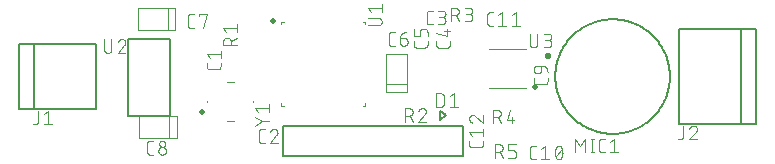
<source format=gbr>
G04 EAGLE Gerber RS-274X export*
G75*
%MOMM*%
%FSLAX34Y34*%
%LPD*%
%INSilkscreen Top*%
%IPPOS*%
%AMOC8*
5,1,8,0,0,1.08239X$1,22.5*%
G01*
%ADD10C,0.101600*%
%ADD11C,0.152400*%
%ADD12C,0.500000*%
%ADD13C,0.120000*%
%ADD14C,0.203200*%
%ADD15C,0.127000*%
%ADD16C,0.300000*%


D10*
X158242Y90791D02*
X158242Y88194D01*
X158240Y88095D01*
X158234Y87995D01*
X158225Y87896D01*
X158212Y87798D01*
X158195Y87700D01*
X158174Y87602D01*
X158149Y87506D01*
X158121Y87411D01*
X158089Y87317D01*
X158054Y87224D01*
X158015Y87132D01*
X157972Y87042D01*
X157927Y86954D01*
X157877Y86867D01*
X157825Y86783D01*
X157769Y86700D01*
X157711Y86620D01*
X157649Y86542D01*
X157584Y86467D01*
X157516Y86394D01*
X157446Y86324D01*
X157373Y86256D01*
X157298Y86191D01*
X157220Y86129D01*
X157140Y86071D01*
X157057Y86015D01*
X156973Y85963D01*
X156886Y85913D01*
X156798Y85868D01*
X156708Y85825D01*
X156616Y85786D01*
X156523Y85751D01*
X156429Y85719D01*
X156334Y85691D01*
X156238Y85666D01*
X156140Y85645D01*
X156042Y85628D01*
X155944Y85615D01*
X155845Y85606D01*
X155745Y85600D01*
X155646Y85598D01*
X149154Y85598D01*
X149055Y85600D01*
X148955Y85606D01*
X148856Y85615D01*
X148758Y85628D01*
X148660Y85646D01*
X148562Y85666D01*
X148466Y85691D01*
X148370Y85719D01*
X148276Y85751D01*
X148183Y85786D01*
X148092Y85825D01*
X148002Y85868D01*
X147913Y85913D01*
X147827Y85963D01*
X147742Y86015D01*
X147660Y86071D01*
X147580Y86130D01*
X147502Y86191D01*
X147426Y86256D01*
X147353Y86324D01*
X147283Y86394D01*
X147215Y86467D01*
X147150Y86543D01*
X147089Y86621D01*
X147030Y86701D01*
X146974Y86783D01*
X146922Y86868D01*
X146873Y86954D01*
X146827Y87043D01*
X146784Y87133D01*
X146745Y87224D01*
X146710Y87317D01*
X146678Y87411D01*
X146650Y87507D01*
X146625Y87603D01*
X146605Y87701D01*
X146587Y87799D01*
X146574Y87897D01*
X146565Y87996D01*
X146559Y88095D01*
X146557Y88195D01*
X146558Y88194D02*
X146558Y90791D01*
X149154Y95156D02*
X146558Y98402D01*
X158242Y98402D01*
X158242Y101647D02*
X158242Y95156D01*
X193049Y23368D02*
X195646Y23368D01*
X193049Y23368D02*
X192950Y23370D01*
X192850Y23376D01*
X192751Y23385D01*
X192653Y23398D01*
X192555Y23415D01*
X192457Y23436D01*
X192361Y23461D01*
X192266Y23489D01*
X192172Y23521D01*
X192079Y23556D01*
X191987Y23595D01*
X191897Y23638D01*
X191809Y23683D01*
X191722Y23733D01*
X191638Y23785D01*
X191555Y23841D01*
X191475Y23899D01*
X191397Y23961D01*
X191322Y24026D01*
X191249Y24094D01*
X191179Y24164D01*
X191111Y24237D01*
X191046Y24312D01*
X190984Y24390D01*
X190926Y24470D01*
X190870Y24553D01*
X190818Y24637D01*
X190768Y24724D01*
X190723Y24812D01*
X190680Y24902D01*
X190641Y24994D01*
X190606Y25087D01*
X190574Y25181D01*
X190546Y25276D01*
X190521Y25372D01*
X190500Y25470D01*
X190483Y25568D01*
X190470Y25666D01*
X190461Y25765D01*
X190455Y25865D01*
X190453Y25964D01*
X190453Y32456D01*
X190455Y32555D01*
X190461Y32655D01*
X190470Y32754D01*
X190483Y32852D01*
X190500Y32950D01*
X190521Y33048D01*
X190546Y33144D01*
X190574Y33239D01*
X190606Y33333D01*
X190641Y33426D01*
X190680Y33518D01*
X190723Y33608D01*
X190768Y33696D01*
X190818Y33783D01*
X190870Y33867D01*
X190926Y33950D01*
X190984Y34030D01*
X191046Y34108D01*
X191111Y34183D01*
X191179Y34256D01*
X191249Y34326D01*
X191322Y34394D01*
X191397Y34459D01*
X191475Y34521D01*
X191555Y34579D01*
X191638Y34635D01*
X191722Y34687D01*
X191809Y34737D01*
X191897Y34782D01*
X191987Y34825D01*
X192079Y34864D01*
X192171Y34899D01*
X192266Y34931D01*
X192361Y34959D01*
X192457Y34984D01*
X192555Y35005D01*
X192653Y35022D01*
X192751Y35035D01*
X192850Y35044D01*
X192950Y35050D01*
X193049Y35052D01*
X195646Y35052D01*
X203581Y35052D02*
X203688Y35050D01*
X203794Y35044D01*
X203900Y35034D01*
X204006Y35021D01*
X204112Y35003D01*
X204216Y34982D01*
X204320Y34957D01*
X204423Y34928D01*
X204524Y34896D01*
X204624Y34859D01*
X204723Y34819D01*
X204821Y34776D01*
X204917Y34729D01*
X205011Y34678D01*
X205103Y34624D01*
X205193Y34567D01*
X205281Y34507D01*
X205366Y34443D01*
X205449Y34376D01*
X205530Y34306D01*
X205608Y34234D01*
X205684Y34158D01*
X205756Y34080D01*
X205826Y33999D01*
X205893Y33916D01*
X205957Y33831D01*
X206017Y33743D01*
X206074Y33653D01*
X206128Y33561D01*
X206179Y33467D01*
X206226Y33371D01*
X206269Y33273D01*
X206309Y33174D01*
X206346Y33074D01*
X206378Y32973D01*
X206407Y32870D01*
X206432Y32766D01*
X206453Y32662D01*
X206471Y32556D01*
X206484Y32450D01*
X206494Y32344D01*
X206500Y32238D01*
X206502Y32131D01*
X203581Y35052D02*
X203460Y35050D01*
X203339Y35044D01*
X203219Y35034D01*
X203098Y35021D01*
X202979Y35003D01*
X202859Y34982D01*
X202741Y34957D01*
X202624Y34928D01*
X202507Y34895D01*
X202392Y34859D01*
X202278Y34818D01*
X202165Y34775D01*
X202053Y34727D01*
X201944Y34676D01*
X201836Y34621D01*
X201729Y34563D01*
X201625Y34502D01*
X201523Y34437D01*
X201423Y34369D01*
X201325Y34298D01*
X201229Y34224D01*
X201136Y34147D01*
X201046Y34066D01*
X200958Y33983D01*
X200873Y33897D01*
X200790Y33808D01*
X200711Y33717D01*
X200634Y33623D01*
X200561Y33527D01*
X200491Y33429D01*
X200424Y33328D01*
X200360Y33225D01*
X200300Y33120D01*
X200243Y33013D01*
X200189Y32905D01*
X200139Y32795D01*
X200093Y32683D01*
X200050Y32570D01*
X200011Y32455D01*
X205529Y29859D02*
X205608Y29936D01*
X205684Y30017D01*
X205757Y30100D01*
X205827Y30185D01*
X205894Y30273D01*
X205958Y30363D01*
X206018Y30455D01*
X206075Y30550D01*
X206129Y30646D01*
X206180Y30744D01*
X206227Y30844D01*
X206271Y30946D01*
X206311Y31049D01*
X206347Y31153D01*
X206379Y31259D01*
X206408Y31365D01*
X206433Y31473D01*
X206455Y31581D01*
X206472Y31691D01*
X206486Y31800D01*
X206495Y31910D01*
X206501Y32021D01*
X206503Y32131D01*
X205528Y29859D02*
X200011Y23368D01*
X206502Y23368D01*
X335289Y123698D02*
X337886Y123698D01*
X335289Y123698D02*
X335190Y123700D01*
X335090Y123706D01*
X334991Y123715D01*
X334893Y123728D01*
X334795Y123745D01*
X334697Y123766D01*
X334601Y123791D01*
X334506Y123819D01*
X334412Y123851D01*
X334319Y123886D01*
X334227Y123925D01*
X334137Y123968D01*
X334049Y124013D01*
X333962Y124063D01*
X333878Y124115D01*
X333795Y124171D01*
X333715Y124229D01*
X333637Y124291D01*
X333562Y124356D01*
X333489Y124424D01*
X333419Y124494D01*
X333351Y124567D01*
X333286Y124642D01*
X333224Y124720D01*
X333166Y124800D01*
X333110Y124883D01*
X333058Y124967D01*
X333008Y125054D01*
X332963Y125142D01*
X332920Y125232D01*
X332881Y125324D01*
X332846Y125417D01*
X332814Y125511D01*
X332786Y125606D01*
X332761Y125702D01*
X332740Y125800D01*
X332723Y125898D01*
X332710Y125996D01*
X332701Y126095D01*
X332695Y126195D01*
X332693Y126294D01*
X332693Y132786D01*
X332695Y132885D01*
X332701Y132985D01*
X332710Y133084D01*
X332723Y133182D01*
X332740Y133280D01*
X332761Y133378D01*
X332786Y133474D01*
X332814Y133569D01*
X332846Y133663D01*
X332881Y133756D01*
X332920Y133848D01*
X332963Y133938D01*
X333008Y134026D01*
X333058Y134113D01*
X333110Y134197D01*
X333166Y134280D01*
X333224Y134360D01*
X333286Y134438D01*
X333351Y134513D01*
X333419Y134586D01*
X333489Y134656D01*
X333562Y134724D01*
X333637Y134789D01*
X333715Y134851D01*
X333795Y134909D01*
X333878Y134965D01*
X333962Y135017D01*
X334049Y135067D01*
X334137Y135112D01*
X334227Y135155D01*
X334319Y135194D01*
X334411Y135229D01*
X334506Y135261D01*
X334601Y135289D01*
X334697Y135314D01*
X334795Y135335D01*
X334893Y135352D01*
X334991Y135365D01*
X335090Y135374D01*
X335190Y135380D01*
X335289Y135382D01*
X337886Y135382D01*
X342251Y123698D02*
X345496Y123698D01*
X345609Y123700D01*
X345722Y123706D01*
X345835Y123716D01*
X345948Y123730D01*
X346060Y123747D01*
X346171Y123769D01*
X346281Y123794D01*
X346391Y123824D01*
X346499Y123857D01*
X346606Y123894D01*
X346712Y123934D01*
X346816Y123979D01*
X346919Y124027D01*
X347020Y124078D01*
X347119Y124133D01*
X347216Y124191D01*
X347311Y124253D01*
X347404Y124318D01*
X347494Y124386D01*
X347582Y124457D01*
X347668Y124532D01*
X347751Y124609D01*
X347831Y124689D01*
X347908Y124772D01*
X347983Y124858D01*
X348054Y124946D01*
X348122Y125036D01*
X348187Y125129D01*
X348249Y125224D01*
X348307Y125321D01*
X348362Y125420D01*
X348413Y125521D01*
X348461Y125624D01*
X348506Y125728D01*
X348546Y125834D01*
X348583Y125941D01*
X348616Y126049D01*
X348646Y126159D01*
X348671Y126269D01*
X348693Y126380D01*
X348710Y126492D01*
X348724Y126605D01*
X348734Y126718D01*
X348740Y126831D01*
X348742Y126944D01*
X348740Y127057D01*
X348734Y127170D01*
X348724Y127283D01*
X348710Y127396D01*
X348693Y127508D01*
X348671Y127619D01*
X348646Y127729D01*
X348616Y127839D01*
X348583Y127947D01*
X348546Y128054D01*
X348506Y128160D01*
X348461Y128264D01*
X348413Y128367D01*
X348362Y128468D01*
X348307Y128567D01*
X348249Y128664D01*
X348187Y128759D01*
X348122Y128852D01*
X348054Y128942D01*
X347983Y129030D01*
X347908Y129116D01*
X347831Y129199D01*
X347751Y129279D01*
X347668Y129356D01*
X347582Y129431D01*
X347494Y129502D01*
X347404Y129570D01*
X347311Y129635D01*
X347216Y129697D01*
X347119Y129755D01*
X347020Y129810D01*
X346919Y129861D01*
X346816Y129909D01*
X346712Y129954D01*
X346606Y129994D01*
X346499Y130031D01*
X346391Y130064D01*
X346281Y130094D01*
X346171Y130119D01*
X346060Y130141D01*
X345948Y130158D01*
X345835Y130172D01*
X345722Y130182D01*
X345609Y130188D01*
X345496Y130190D01*
X346146Y135382D02*
X342251Y135382D01*
X346146Y135382D02*
X346247Y135380D01*
X346347Y135374D01*
X346447Y135364D01*
X346547Y135351D01*
X346646Y135333D01*
X346745Y135312D01*
X346842Y135287D01*
X346939Y135258D01*
X347034Y135225D01*
X347128Y135189D01*
X347220Y135149D01*
X347311Y135106D01*
X347400Y135059D01*
X347487Y135009D01*
X347573Y134955D01*
X347656Y134898D01*
X347736Y134838D01*
X347815Y134775D01*
X347891Y134708D01*
X347964Y134639D01*
X348034Y134567D01*
X348102Y134493D01*
X348167Y134416D01*
X348228Y134336D01*
X348287Y134254D01*
X348342Y134170D01*
X348394Y134084D01*
X348443Y133996D01*
X348488Y133906D01*
X348530Y133814D01*
X348568Y133721D01*
X348602Y133626D01*
X348633Y133531D01*
X348660Y133434D01*
X348683Y133336D01*
X348703Y133237D01*
X348718Y133137D01*
X348730Y133037D01*
X348738Y132937D01*
X348742Y132836D01*
X348742Y132736D01*
X348738Y132635D01*
X348730Y132535D01*
X348718Y132435D01*
X348703Y132335D01*
X348683Y132236D01*
X348660Y132138D01*
X348633Y132041D01*
X348602Y131946D01*
X348568Y131851D01*
X348530Y131758D01*
X348488Y131666D01*
X348443Y131576D01*
X348394Y131488D01*
X348342Y131402D01*
X348287Y131318D01*
X348228Y131236D01*
X348167Y131156D01*
X348102Y131079D01*
X348034Y131005D01*
X347964Y130933D01*
X347891Y130864D01*
X347815Y130797D01*
X347736Y130734D01*
X347656Y130674D01*
X347573Y130617D01*
X347487Y130563D01*
X347400Y130513D01*
X347311Y130466D01*
X347220Y130423D01*
X347128Y130383D01*
X347034Y130347D01*
X346939Y130314D01*
X346842Y130285D01*
X346745Y130260D01*
X346646Y130239D01*
X346547Y130221D01*
X346447Y130208D01*
X346347Y130198D01*
X346247Y130192D01*
X346146Y130190D01*
X346146Y130189D02*
X343549Y130189D01*
X352552Y109286D02*
X352552Y106689D01*
X352550Y106590D01*
X352544Y106490D01*
X352535Y106391D01*
X352522Y106293D01*
X352505Y106195D01*
X352484Y106097D01*
X352459Y106001D01*
X352431Y105906D01*
X352399Y105812D01*
X352364Y105719D01*
X352325Y105627D01*
X352282Y105537D01*
X352237Y105449D01*
X352187Y105362D01*
X352135Y105278D01*
X352079Y105195D01*
X352021Y105115D01*
X351959Y105037D01*
X351894Y104962D01*
X351826Y104889D01*
X351756Y104819D01*
X351683Y104751D01*
X351608Y104686D01*
X351530Y104624D01*
X351450Y104566D01*
X351367Y104510D01*
X351283Y104458D01*
X351196Y104408D01*
X351108Y104363D01*
X351018Y104320D01*
X350926Y104281D01*
X350833Y104246D01*
X350739Y104214D01*
X350644Y104186D01*
X350548Y104161D01*
X350450Y104140D01*
X350352Y104123D01*
X350254Y104110D01*
X350155Y104101D01*
X350055Y104095D01*
X349956Y104093D01*
X343464Y104093D01*
X343464Y104092D02*
X343365Y104094D01*
X343265Y104100D01*
X343166Y104109D01*
X343068Y104122D01*
X342970Y104140D01*
X342872Y104160D01*
X342776Y104185D01*
X342680Y104213D01*
X342586Y104245D01*
X342493Y104280D01*
X342402Y104319D01*
X342312Y104362D01*
X342223Y104407D01*
X342137Y104457D01*
X342052Y104509D01*
X341970Y104565D01*
X341890Y104624D01*
X341812Y104685D01*
X341736Y104750D01*
X341663Y104818D01*
X341593Y104888D01*
X341525Y104961D01*
X341460Y105037D01*
X341399Y105115D01*
X341340Y105195D01*
X341284Y105277D01*
X341232Y105362D01*
X341183Y105448D01*
X341137Y105537D01*
X341094Y105627D01*
X341055Y105718D01*
X341020Y105811D01*
X340988Y105905D01*
X340960Y106001D01*
X340935Y106097D01*
X340915Y106195D01*
X340897Y106293D01*
X340884Y106391D01*
X340875Y106490D01*
X340869Y106589D01*
X340867Y106689D01*
X340868Y106689D02*
X340868Y109286D01*
X340868Y116247D02*
X349956Y113651D01*
X349956Y120142D01*
X347359Y118195D02*
X352552Y118195D01*
X333502Y109286D02*
X333502Y106689D01*
X333500Y106590D01*
X333494Y106490D01*
X333485Y106391D01*
X333472Y106293D01*
X333455Y106195D01*
X333434Y106097D01*
X333409Y106001D01*
X333381Y105906D01*
X333349Y105812D01*
X333314Y105719D01*
X333275Y105627D01*
X333232Y105537D01*
X333187Y105449D01*
X333137Y105362D01*
X333085Y105278D01*
X333029Y105195D01*
X332971Y105115D01*
X332909Y105037D01*
X332844Y104962D01*
X332776Y104889D01*
X332706Y104819D01*
X332633Y104751D01*
X332558Y104686D01*
X332480Y104624D01*
X332400Y104566D01*
X332317Y104510D01*
X332233Y104458D01*
X332146Y104408D01*
X332058Y104363D01*
X331968Y104320D01*
X331876Y104281D01*
X331783Y104246D01*
X331689Y104214D01*
X331594Y104186D01*
X331498Y104161D01*
X331400Y104140D01*
X331302Y104123D01*
X331204Y104110D01*
X331105Y104101D01*
X331005Y104095D01*
X330906Y104093D01*
X324414Y104093D01*
X324414Y104092D02*
X324315Y104094D01*
X324215Y104100D01*
X324116Y104109D01*
X324018Y104122D01*
X323920Y104140D01*
X323822Y104160D01*
X323726Y104185D01*
X323630Y104213D01*
X323536Y104245D01*
X323443Y104280D01*
X323352Y104319D01*
X323262Y104362D01*
X323173Y104407D01*
X323087Y104457D01*
X323002Y104509D01*
X322920Y104565D01*
X322840Y104624D01*
X322762Y104685D01*
X322686Y104750D01*
X322613Y104818D01*
X322543Y104888D01*
X322475Y104961D01*
X322410Y105037D01*
X322349Y105115D01*
X322290Y105195D01*
X322234Y105277D01*
X322182Y105362D01*
X322133Y105448D01*
X322087Y105537D01*
X322044Y105627D01*
X322005Y105718D01*
X321970Y105811D01*
X321938Y105905D01*
X321910Y106001D01*
X321885Y106097D01*
X321865Y106195D01*
X321847Y106293D01*
X321834Y106391D01*
X321825Y106490D01*
X321819Y106589D01*
X321817Y106689D01*
X321818Y106689D02*
X321818Y109286D01*
X333502Y113651D02*
X333502Y117546D01*
X333500Y117645D01*
X333494Y117745D01*
X333485Y117844D01*
X333472Y117942D01*
X333455Y118040D01*
X333434Y118138D01*
X333409Y118234D01*
X333381Y118329D01*
X333349Y118423D01*
X333314Y118516D01*
X333275Y118608D01*
X333232Y118698D01*
X333187Y118786D01*
X333137Y118873D01*
X333085Y118957D01*
X333029Y119040D01*
X332971Y119120D01*
X332909Y119198D01*
X332844Y119273D01*
X332776Y119346D01*
X332706Y119416D01*
X332633Y119484D01*
X332558Y119549D01*
X332480Y119611D01*
X332400Y119669D01*
X332317Y119725D01*
X332233Y119777D01*
X332146Y119827D01*
X332058Y119872D01*
X331968Y119915D01*
X331876Y119954D01*
X331783Y119989D01*
X331689Y120021D01*
X331594Y120049D01*
X331498Y120074D01*
X331400Y120095D01*
X331302Y120112D01*
X331204Y120125D01*
X331105Y120134D01*
X331005Y120140D01*
X330906Y120142D01*
X329607Y120142D01*
X329508Y120140D01*
X329408Y120134D01*
X329309Y120125D01*
X329211Y120112D01*
X329113Y120095D01*
X329015Y120074D01*
X328919Y120049D01*
X328824Y120021D01*
X328730Y119989D01*
X328637Y119954D01*
X328545Y119915D01*
X328455Y119872D01*
X328367Y119827D01*
X328280Y119777D01*
X328196Y119725D01*
X328113Y119669D01*
X328033Y119611D01*
X327955Y119549D01*
X327880Y119484D01*
X327807Y119416D01*
X327737Y119346D01*
X327669Y119273D01*
X327604Y119198D01*
X327542Y119120D01*
X327484Y119040D01*
X327428Y118957D01*
X327376Y118873D01*
X327326Y118786D01*
X327281Y118698D01*
X327238Y118608D01*
X327199Y118516D01*
X327164Y118423D01*
X327132Y118329D01*
X327104Y118234D01*
X327079Y118138D01*
X327058Y118040D01*
X327041Y117942D01*
X327028Y117844D01*
X327019Y117745D01*
X327013Y117645D01*
X327011Y117546D01*
X327011Y113651D01*
X321818Y113651D01*
X321818Y120142D01*
D11*
X344170Y50800D02*
X344170Y43180D01*
X349250Y46990D01*
X344170Y50800D01*
D10*
X340868Y53848D02*
X340868Y65532D01*
X344114Y65532D01*
X344227Y65530D01*
X344340Y65524D01*
X344453Y65514D01*
X344566Y65500D01*
X344678Y65483D01*
X344789Y65461D01*
X344899Y65436D01*
X345009Y65406D01*
X345117Y65373D01*
X345224Y65336D01*
X345330Y65296D01*
X345434Y65251D01*
X345537Y65203D01*
X345638Y65152D01*
X345737Y65097D01*
X345834Y65039D01*
X345929Y64977D01*
X346022Y64912D01*
X346112Y64844D01*
X346200Y64773D01*
X346286Y64698D01*
X346369Y64621D01*
X346449Y64541D01*
X346526Y64458D01*
X346601Y64372D01*
X346672Y64284D01*
X346740Y64194D01*
X346805Y64101D01*
X346867Y64006D01*
X346925Y63909D01*
X346980Y63810D01*
X347031Y63709D01*
X347079Y63606D01*
X347124Y63502D01*
X347164Y63396D01*
X347201Y63289D01*
X347234Y63181D01*
X347264Y63071D01*
X347289Y62961D01*
X347311Y62850D01*
X347328Y62738D01*
X347342Y62625D01*
X347352Y62512D01*
X347358Y62399D01*
X347360Y62286D01*
X347359Y62286D02*
X347359Y57094D01*
X347360Y57094D02*
X347358Y56981D01*
X347352Y56868D01*
X347342Y56755D01*
X347328Y56642D01*
X347311Y56530D01*
X347289Y56419D01*
X347264Y56309D01*
X347234Y56199D01*
X347201Y56091D01*
X347164Y55984D01*
X347124Y55878D01*
X347079Y55774D01*
X347031Y55671D01*
X346980Y55570D01*
X346925Y55471D01*
X346867Y55374D01*
X346805Y55279D01*
X346740Y55186D01*
X346672Y55096D01*
X346601Y55008D01*
X346526Y54922D01*
X346449Y54839D01*
X346369Y54759D01*
X346286Y54682D01*
X346200Y54607D01*
X346112Y54536D01*
X346022Y54468D01*
X345929Y54403D01*
X345834Y54341D01*
X345737Y54283D01*
X345638Y54228D01*
X345537Y54177D01*
X345434Y54129D01*
X345330Y54084D01*
X345224Y54044D01*
X345117Y54007D01*
X345009Y53974D01*
X344899Y53944D01*
X344789Y53919D01*
X344678Y53897D01*
X344566Y53880D01*
X344453Y53866D01*
X344340Y53856D01*
X344227Y53850D01*
X344114Y53848D01*
X340868Y53848D01*
X352679Y62936D02*
X355925Y65532D01*
X355925Y53848D01*
X359170Y53848D02*
X352679Y53848D01*
X172212Y106105D02*
X160528Y106105D01*
X160528Y109350D01*
X160530Y109463D01*
X160536Y109576D01*
X160546Y109689D01*
X160560Y109802D01*
X160577Y109914D01*
X160599Y110025D01*
X160624Y110135D01*
X160654Y110245D01*
X160687Y110353D01*
X160724Y110460D01*
X160764Y110566D01*
X160809Y110670D01*
X160857Y110773D01*
X160908Y110874D01*
X160963Y110973D01*
X161021Y111070D01*
X161083Y111165D01*
X161148Y111258D01*
X161216Y111348D01*
X161287Y111436D01*
X161362Y111522D01*
X161439Y111605D01*
X161519Y111685D01*
X161602Y111762D01*
X161688Y111837D01*
X161776Y111908D01*
X161866Y111976D01*
X161959Y112041D01*
X162054Y112103D01*
X162151Y112161D01*
X162250Y112216D01*
X162351Y112267D01*
X162454Y112315D01*
X162558Y112360D01*
X162664Y112400D01*
X162771Y112437D01*
X162879Y112470D01*
X162989Y112500D01*
X163099Y112525D01*
X163210Y112547D01*
X163322Y112564D01*
X163435Y112578D01*
X163548Y112588D01*
X163661Y112594D01*
X163774Y112596D01*
X163887Y112594D01*
X164000Y112588D01*
X164113Y112578D01*
X164226Y112564D01*
X164338Y112547D01*
X164449Y112525D01*
X164559Y112500D01*
X164669Y112470D01*
X164777Y112437D01*
X164884Y112400D01*
X164990Y112360D01*
X165094Y112315D01*
X165197Y112267D01*
X165298Y112216D01*
X165397Y112161D01*
X165494Y112103D01*
X165589Y112041D01*
X165682Y111976D01*
X165772Y111908D01*
X165860Y111837D01*
X165946Y111762D01*
X166029Y111685D01*
X166109Y111605D01*
X166186Y111522D01*
X166261Y111436D01*
X166332Y111348D01*
X166400Y111258D01*
X166465Y111165D01*
X166527Y111070D01*
X166585Y110973D01*
X166640Y110874D01*
X166691Y110773D01*
X166739Y110670D01*
X166784Y110566D01*
X166824Y110460D01*
X166861Y110353D01*
X166894Y110245D01*
X166924Y110135D01*
X166949Y110025D01*
X166971Y109914D01*
X166988Y109802D01*
X167002Y109689D01*
X167012Y109576D01*
X167018Y109463D01*
X167020Y109350D01*
X167019Y109350D02*
X167019Y106105D01*
X167019Y109999D02*
X172212Y112596D01*
X163124Y117461D02*
X160528Y120706D01*
X172212Y120706D01*
X172212Y117461D02*
X172212Y123952D01*
X314385Y52832D02*
X314385Y41148D01*
X314385Y52832D02*
X317630Y52832D01*
X317743Y52830D01*
X317856Y52824D01*
X317969Y52814D01*
X318082Y52800D01*
X318194Y52783D01*
X318305Y52761D01*
X318415Y52736D01*
X318525Y52706D01*
X318633Y52673D01*
X318740Y52636D01*
X318846Y52596D01*
X318950Y52551D01*
X319053Y52503D01*
X319154Y52452D01*
X319253Y52397D01*
X319350Y52339D01*
X319445Y52277D01*
X319538Y52212D01*
X319628Y52144D01*
X319716Y52073D01*
X319802Y51998D01*
X319885Y51921D01*
X319965Y51841D01*
X320042Y51758D01*
X320117Y51672D01*
X320188Y51584D01*
X320256Y51494D01*
X320321Y51401D01*
X320383Y51306D01*
X320441Y51209D01*
X320496Y51110D01*
X320547Y51009D01*
X320595Y50906D01*
X320640Y50802D01*
X320680Y50696D01*
X320717Y50589D01*
X320750Y50481D01*
X320780Y50371D01*
X320805Y50261D01*
X320827Y50150D01*
X320844Y50038D01*
X320858Y49925D01*
X320868Y49812D01*
X320874Y49699D01*
X320876Y49586D01*
X320874Y49473D01*
X320868Y49360D01*
X320858Y49247D01*
X320844Y49134D01*
X320827Y49022D01*
X320805Y48911D01*
X320780Y48801D01*
X320750Y48691D01*
X320717Y48583D01*
X320680Y48476D01*
X320640Y48370D01*
X320595Y48266D01*
X320547Y48163D01*
X320496Y48062D01*
X320441Y47963D01*
X320383Y47866D01*
X320321Y47771D01*
X320256Y47678D01*
X320188Y47588D01*
X320117Y47500D01*
X320042Y47414D01*
X319965Y47331D01*
X319885Y47251D01*
X319802Y47174D01*
X319716Y47099D01*
X319628Y47028D01*
X319538Y46960D01*
X319445Y46895D01*
X319350Y46833D01*
X319253Y46775D01*
X319154Y46720D01*
X319053Y46669D01*
X318950Y46621D01*
X318846Y46576D01*
X318740Y46536D01*
X318633Y46499D01*
X318525Y46466D01*
X318415Y46436D01*
X318305Y46411D01*
X318194Y46389D01*
X318082Y46372D01*
X317969Y46358D01*
X317856Y46348D01*
X317743Y46342D01*
X317630Y46340D01*
X317630Y46341D02*
X314385Y46341D01*
X318279Y46341D02*
X320876Y41148D01*
X332232Y49911D02*
X332230Y50018D01*
X332224Y50124D01*
X332214Y50230D01*
X332201Y50336D01*
X332183Y50442D01*
X332162Y50546D01*
X332137Y50650D01*
X332108Y50753D01*
X332076Y50854D01*
X332039Y50954D01*
X331999Y51053D01*
X331956Y51151D01*
X331909Y51247D01*
X331858Y51341D01*
X331804Y51433D01*
X331747Y51523D01*
X331687Y51611D01*
X331623Y51696D01*
X331556Y51779D01*
X331486Y51860D01*
X331414Y51938D01*
X331338Y52014D01*
X331260Y52086D01*
X331179Y52156D01*
X331096Y52223D01*
X331011Y52287D01*
X330923Y52347D01*
X330833Y52404D01*
X330741Y52458D01*
X330647Y52509D01*
X330551Y52556D01*
X330453Y52599D01*
X330354Y52639D01*
X330254Y52676D01*
X330153Y52708D01*
X330050Y52737D01*
X329946Y52762D01*
X329842Y52783D01*
X329736Y52801D01*
X329630Y52814D01*
X329524Y52824D01*
X329418Y52830D01*
X329311Y52832D01*
X329190Y52830D01*
X329069Y52824D01*
X328949Y52814D01*
X328828Y52801D01*
X328709Y52783D01*
X328589Y52762D01*
X328471Y52737D01*
X328354Y52708D01*
X328237Y52675D01*
X328122Y52639D01*
X328008Y52598D01*
X327895Y52555D01*
X327783Y52507D01*
X327674Y52456D01*
X327566Y52401D01*
X327459Y52343D01*
X327355Y52282D01*
X327253Y52217D01*
X327153Y52149D01*
X327055Y52078D01*
X326959Y52004D01*
X326866Y51927D01*
X326776Y51846D01*
X326688Y51763D01*
X326603Y51677D01*
X326520Y51588D01*
X326441Y51497D01*
X326364Y51403D01*
X326291Y51307D01*
X326221Y51209D01*
X326154Y51108D01*
X326090Y51005D01*
X326030Y50900D01*
X325973Y50793D01*
X325919Y50685D01*
X325869Y50575D01*
X325823Y50463D01*
X325780Y50350D01*
X325741Y50235D01*
X331259Y47639D02*
X331338Y47716D01*
X331414Y47797D01*
X331487Y47880D01*
X331557Y47965D01*
X331624Y48053D01*
X331688Y48143D01*
X331748Y48235D01*
X331805Y48330D01*
X331859Y48426D01*
X331910Y48524D01*
X331957Y48624D01*
X332001Y48726D01*
X332041Y48829D01*
X332077Y48933D01*
X332109Y49039D01*
X332138Y49145D01*
X332163Y49253D01*
X332185Y49361D01*
X332202Y49471D01*
X332216Y49580D01*
X332225Y49690D01*
X332231Y49801D01*
X332233Y49911D01*
X331258Y47639D02*
X325741Y41148D01*
X332232Y41148D01*
D12*
X202551Y126236D03*
D13*
X209707Y125961D02*
X209707Y123736D01*
X209707Y125961D02*
X211932Y125961D01*
X280707Y125961D02*
X280707Y123736D01*
X280707Y125961D02*
X278482Y125961D01*
X280707Y57186D02*
X280707Y54961D01*
X278482Y54961D01*
X209707Y54961D02*
X209707Y57186D01*
X209707Y54961D02*
X211932Y54961D01*
D10*
X283021Y122832D02*
X291459Y122832D01*
X291572Y122834D01*
X291685Y122840D01*
X291798Y122850D01*
X291911Y122864D01*
X292023Y122881D01*
X292134Y122903D01*
X292244Y122928D01*
X292354Y122958D01*
X292462Y122991D01*
X292569Y123028D01*
X292675Y123068D01*
X292779Y123113D01*
X292882Y123161D01*
X292983Y123212D01*
X293082Y123267D01*
X293179Y123325D01*
X293274Y123387D01*
X293367Y123452D01*
X293457Y123520D01*
X293545Y123591D01*
X293631Y123666D01*
X293714Y123743D01*
X293794Y123823D01*
X293871Y123906D01*
X293946Y123992D01*
X294017Y124080D01*
X294085Y124170D01*
X294150Y124263D01*
X294212Y124358D01*
X294270Y124455D01*
X294325Y124554D01*
X294376Y124655D01*
X294424Y124758D01*
X294469Y124862D01*
X294509Y124968D01*
X294546Y125075D01*
X294579Y125183D01*
X294609Y125293D01*
X294634Y125403D01*
X294656Y125514D01*
X294673Y125626D01*
X294687Y125739D01*
X294697Y125852D01*
X294703Y125965D01*
X294705Y126078D01*
X294703Y126191D01*
X294697Y126304D01*
X294687Y126417D01*
X294673Y126530D01*
X294656Y126642D01*
X294634Y126753D01*
X294609Y126863D01*
X294579Y126973D01*
X294546Y127081D01*
X294509Y127188D01*
X294469Y127294D01*
X294424Y127398D01*
X294376Y127501D01*
X294325Y127602D01*
X294270Y127701D01*
X294212Y127798D01*
X294150Y127893D01*
X294085Y127986D01*
X294017Y128076D01*
X293946Y128164D01*
X293871Y128250D01*
X293794Y128333D01*
X293714Y128413D01*
X293631Y128490D01*
X293545Y128565D01*
X293457Y128636D01*
X293367Y128704D01*
X293274Y128769D01*
X293179Y128831D01*
X293082Y128889D01*
X292983Y128944D01*
X292882Y128995D01*
X292779Y129043D01*
X292675Y129088D01*
X292569Y129128D01*
X292462Y129165D01*
X292354Y129198D01*
X292244Y129228D01*
X292134Y129253D01*
X292023Y129275D01*
X291911Y129292D01*
X291798Y129306D01*
X291685Y129316D01*
X291572Y129322D01*
X291459Y129324D01*
X291459Y129323D02*
X283021Y129323D01*
X285617Y134643D02*
X283021Y137888D01*
X294705Y137888D01*
X294705Y134643D02*
X294705Y141134D01*
D12*
X142271Y49170D03*
D13*
X146711Y58019D02*
X146711Y58821D01*
X186029Y58821D02*
X186029Y58019D01*
X169271Y74579D02*
X163469Y74579D01*
X163469Y42261D02*
X169271Y42261D01*
D10*
X187549Y37705D02*
X193066Y41600D01*
X187549Y45494D01*
X193066Y41600D02*
X199233Y41600D01*
X190145Y49784D02*
X187549Y53030D01*
X199233Y53030D01*
X199233Y56275D02*
X199233Y49784D01*
D13*
X298141Y66550D02*
X298141Y98550D01*
X298141Y66550D02*
X316539Y66550D01*
X316539Y98550D01*
X298141Y98550D01*
X298141Y72900D02*
X316539Y72900D01*
D10*
X305778Y105609D02*
X303182Y105609D01*
X303083Y105611D01*
X302983Y105617D01*
X302884Y105626D01*
X302786Y105639D01*
X302688Y105656D01*
X302590Y105677D01*
X302494Y105702D01*
X302399Y105730D01*
X302305Y105762D01*
X302212Y105797D01*
X302120Y105836D01*
X302030Y105879D01*
X301942Y105924D01*
X301855Y105974D01*
X301771Y106026D01*
X301688Y106082D01*
X301608Y106140D01*
X301530Y106202D01*
X301455Y106267D01*
X301382Y106335D01*
X301312Y106405D01*
X301244Y106478D01*
X301179Y106553D01*
X301117Y106631D01*
X301059Y106711D01*
X301003Y106794D01*
X300951Y106878D01*
X300901Y106965D01*
X300856Y107053D01*
X300813Y107143D01*
X300774Y107235D01*
X300739Y107328D01*
X300707Y107422D01*
X300679Y107517D01*
X300654Y107613D01*
X300633Y107711D01*
X300616Y107809D01*
X300603Y107907D01*
X300594Y108006D01*
X300588Y108106D01*
X300586Y108205D01*
X300585Y108205D02*
X300585Y114697D01*
X300586Y114697D02*
X300588Y114796D01*
X300594Y114896D01*
X300603Y114995D01*
X300616Y115093D01*
X300633Y115191D01*
X300654Y115289D01*
X300679Y115385D01*
X300707Y115480D01*
X300739Y115574D01*
X300774Y115667D01*
X300813Y115759D01*
X300856Y115849D01*
X300901Y115937D01*
X300951Y116024D01*
X301003Y116108D01*
X301059Y116191D01*
X301117Y116271D01*
X301179Y116349D01*
X301244Y116424D01*
X301312Y116497D01*
X301382Y116567D01*
X301455Y116635D01*
X301530Y116700D01*
X301608Y116762D01*
X301688Y116820D01*
X301771Y116876D01*
X301855Y116928D01*
X301942Y116978D01*
X302030Y117023D01*
X302120Y117066D01*
X302212Y117105D01*
X302304Y117140D01*
X302399Y117172D01*
X302494Y117200D01*
X302590Y117225D01*
X302688Y117246D01*
X302786Y117263D01*
X302884Y117276D01*
X302983Y117285D01*
X303083Y117291D01*
X303182Y117293D01*
X305778Y117293D01*
X310144Y112100D02*
X314038Y112100D01*
X314137Y112098D01*
X314237Y112092D01*
X314336Y112083D01*
X314434Y112070D01*
X314532Y112053D01*
X314630Y112032D01*
X314726Y112007D01*
X314821Y111979D01*
X314915Y111947D01*
X315008Y111912D01*
X315100Y111873D01*
X315190Y111830D01*
X315278Y111785D01*
X315365Y111735D01*
X315449Y111683D01*
X315532Y111627D01*
X315612Y111569D01*
X315690Y111507D01*
X315765Y111442D01*
X315838Y111374D01*
X315908Y111304D01*
X315976Y111231D01*
X316041Y111156D01*
X316103Y111078D01*
X316161Y110998D01*
X316217Y110915D01*
X316269Y110831D01*
X316319Y110744D01*
X316364Y110656D01*
X316407Y110566D01*
X316446Y110474D01*
X316481Y110381D01*
X316513Y110287D01*
X316541Y110192D01*
X316566Y110096D01*
X316587Y109998D01*
X316604Y109900D01*
X316617Y109802D01*
X316626Y109703D01*
X316632Y109603D01*
X316634Y109504D01*
X316635Y109504D02*
X316635Y108855D01*
X316633Y108742D01*
X316627Y108629D01*
X316617Y108516D01*
X316603Y108403D01*
X316586Y108291D01*
X316564Y108180D01*
X316539Y108070D01*
X316509Y107960D01*
X316476Y107852D01*
X316439Y107745D01*
X316399Y107639D01*
X316354Y107535D01*
X316306Y107432D01*
X316255Y107331D01*
X316200Y107232D01*
X316142Y107135D01*
X316080Y107040D01*
X316015Y106947D01*
X315947Y106857D01*
X315876Y106769D01*
X315801Y106683D01*
X315724Y106600D01*
X315644Y106520D01*
X315561Y106443D01*
X315475Y106368D01*
X315387Y106297D01*
X315297Y106229D01*
X315204Y106164D01*
X315109Y106102D01*
X315012Y106044D01*
X314913Y105989D01*
X314812Y105938D01*
X314709Y105890D01*
X314605Y105845D01*
X314499Y105805D01*
X314392Y105768D01*
X314284Y105735D01*
X314174Y105705D01*
X314064Y105680D01*
X313953Y105658D01*
X313841Y105641D01*
X313728Y105627D01*
X313615Y105617D01*
X313502Y105611D01*
X313389Y105609D01*
X313276Y105611D01*
X313163Y105617D01*
X313050Y105627D01*
X312937Y105641D01*
X312825Y105658D01*
X312714Y105680D01*
X312604Y105705D01*
X312494Y105735D01*
X312386Y105768D01*
X312279Y105805D01*
X312173Y105845D01*
X312069Y105890D01*
X311966Y105938D01*
X311865Y105989D01*
X311766Y106044D01*
X311669Y106102D01*
X311574Y106164D01*
X311481Y106229D01*
X311391Y106297D01*
X311303Y106368D01*
X311217Y106443D01*
X311134Y106520D01*
X311054Y106600D01*
X310977Y106683D01*
X310902Y106769D01*
X310831Y106857D01*
X310763Y106947D01*
X310698Y107040D01*
X310636Y107135D01*
X310578Y107232D01*
X310523Y107331D01*
X310472Y107432D01*
X310424Y107535D01*
X310379Y107639D01*
X310339Y107745D01*
X310302Y107852D01*
X310269Y107960D01*
X310239Y108070D01*
X310214Y108180D01*
X310192Y108291D01*
X310175Y108403D01*
X310161Y108516D01*
X310151Y108629D01*
X310145Y108742D01*
X310143Y108855D01*
X310144Y108855D02*
X310144Y112100D01*
X310143Y112100D02*
X310145Y112243D01*
X310151Y112386D01*
X310161Y112529D01*
X310175Y112671D01*
X310192Y112813D01*
X310214Y112955D01*
X310239Y113096D01*
X310269Y113236D01*
X310302Y113375D01*
X310339Y113513D01*
X310380Y113650D01*
X310424Y113786D01*
X310473Y113921D01*
X310525Y114054D01*
X310580Y114186D01*
X310640Y114316D01*
X310703Y114445D01*
X310769Y114572D01*
X310839Y114696D01*
X310912Y114819D01*
X310989Y114940D01*
X311069Y115059D01*
X311152Y115175D01*
X311238Y115290D01*
X311327Y115401D01*
X311420Y115511D01*
X311515Y115617D01*
X311614Y115721D01*
X311715Y115822D01*
X311819Y115921D01*
X311925Y116016D01*
X312035Y116109D01*
X312146Y116198D01*
X312261Y116284D01*
X312377Y116367D01*
X312496Y116447D01*
X312617Y116524D01*
X312739Y116597D01*
X312864Y116667D01*
X312991Y116733D01*
X313120Y116796D01*
X313250Y116856D01*
X313382Y116911D01*
X313515Y116963D01*
X313650Y117012D01*
X313786Y117056D01*
X313923Y117097D01*
X314061Y117134D01*
X314200Y117167D01*
X314340Y117197D01*
X314481Y117222D01*
X314623Y117244D01*
X314765Y117261D01*
X314907Y117275D01*
X315050Y117285D01*
X315193Y117291D01*
X315336Y117293D01*
D11*
X363220Y12700D02*
X210820Y12700D01*
X210820Y38100D01*
X363220Y38100D01*
X363220Y12700D01*
D14*
X115570Y111506D02*
X80010Y111506D01*
X115570Y111506D02*
X115570Y45974D01*
X80010Y45974D01*
X80010Y111506D01*
D10*
X59422Y111252D02*
X59422Y102814D01*
X59421Y102814D02*
X59423Y102701D01*
X59429Y102588D01*
X59439Y102475D01*
X59453Y102362D01*
X59470Y102250D01*
X59492Y102139D01*
X59517Y102029D01*
X59547Y101919D01*
X59580Y101811D01*
X59617Y101704D01*
X59657Y101598D01*
X59702Y101494D01*
X59750Y101391D01*
X59801Y101290D01*
X59856Y101191D01*
X59914Y101094D01*
X59976Y100999D01*
X60041Y100906D01*
X60109Y100816D01*
X60180Y100728D01*
X60255Y100642D01*
X60332Y100559D01*
X60412Y100479D01*
X60495Y100402D01*
X60581Y100327D01*
X60669Y100256D01*
X60759Y100188D01*
X60852Y100123D01*
X60947Y100061D01*
X61044Y100003D01*
X61143Y99948D01*
X61244Y99897D01*
X61347Y99849D01*
X61451Y99804D01*
X61557Y99764D01*
X61664Y99727D01*
X61772Y99694D01*
X61882Y99664D01*
X61992Y99639D01*
X62103Y99617D01*
X62215Y99600D01*
X62328Y99586D01*
X62441Y99576D01*
X62554Y99570D01*
X62667Y99568D01*
X62780Y99570D01*
X62893Y99576D01*
X63006Y99586D01*
X63119Y99600D01*
X63231Y99617D01*
X63342Y99639D01*
X63452Y99664D01*
X63562Y99694D01*
X63670Y99727D01*
X63777Y99764D01*
X63883Y99804D01*
X63987Y99849D01*
X64090Y99897D01*
X64191Y99948D01*
X64290Y100003D01*
X64387Y100061D01*
X64482Y100123D01*
X64575Y100188D01*
X64665Y100256D01*
X64753Y100327D01*
X64839Y100402D01*
X64922Y100479D01*
X65002Y100559D01*
X65079Y100642D01*
X65154Y100728D01*
X65225Y100816D01*
X65293Y100906D01*
X65358Y100999D01*
X65420Y101094D01*
X65478Y101191D01*
X65533Y101290D01*
X65584Y101391D01*
X65632Y101494D01*
X65677Y101598D01*
X65717Y101704D01*
X65754Y101811D01*
X65787Y101919D01*
X65817Y102029D01*
X65842Y102139D01*
X65864Y102250D01*
X65881Y102362D01*
X65895Y102475D01*
X65905Y102588D01*
X65911Y102701D01*
X65913Y102814D01*
X65913Y111252D01*
X74803Y111252D02*
X74910Y111250D01*
X75016Y111244D01*
X75122Y111234D01*
X75228Y111221D01*
X75334Y111203D01*
X75438Y111182D01*
X75542Y111157D01*
X75645Y111128D01*
X75746Y111096D01*
X75846Y111059D01*
X75945Y111019D01*
X76043Y110976D01*
X76139Y110929D01*
X76233Y110878D01*
X76325Y110824D01*
X76415Y110767D01*
X76503Y110707D01*
X76588Y110643D01*
X76671Y110576D01*
X76752Y110506D01*
X76830Y110434D01*
X76906Y110358D01*
X76978Y110280D01*
X77048Y110199D01*
X77115Y110116D01*
X77179Y110031D01*
X77239Y109943D01*
X77296Y109853D01*
X77350Y109761D01*
X77401Y109667D01*
X77448Y109571D01*
X77491Y109473D01*
X77531Y109374D01*
X77568Y109274D01*
X77600Y109173D01*
X77629Y109070D01*
X77654Y108966D01*
X77675Y108862D01*
X77693Y108756D01*
X77706Y108650D01*
X77716Y108544D01*
X77722Y108438D01*
X77724Y108331D01*
X74803Y111252D02*
X74682Y111250D01*
X74561Y111244D01*
X74441Y111234D01*
X74320Y111221D01*
X74201Y111203D01*
X74081Y111182D01*
X73963Y111157D01*
X73846Y111128D01*
X73729Y111095D01*
X73614Y111059D01*
X73500Y111018D01*
X73387Y110975D01*
X73275Y110927D01*
X73166Y110876D01*
X73058Y110821D01*
X72951Y110763D01*
X72847Y110702D01*
X72745Y110637D01*
X72645Y110569D01*
X72547Y110498D01*
X72451Y110424D01*
X72358Y110347D01*
X72268Y110266D01*
X72180Y110183D01*
X72095Y110097D01*
X72012Y110008D01*
X71933Y109917D01*
X71856Y109823D01*
X71783Y109727D01*
X71713Y109629D01*
X71646Y109528D01*
X71582Y109425D01*
X71522Y109320D01*
X71465Y109213D01*
X71411Y109105D01*
X71361Y108995D01*
X71315Y108883D01*
X71272Y108770D01*
X71233Y108655D01*
X76751Y106059D02*
X76830Y106136D01*
X76906Y106217D01*
X76979Y106300D01*
X77049Y106385D01*
X77116Y106473D01*
X77180Y106563D01*
X77240Y106655D01*
X77297Y106750D01*
X77351Y106846D01*
X77402Y106944D01*
X77449Y107044D01*
X77493Y107146D01*
X77533Y107249D01*
X77569Y107353D01*
X77601Y107459D01*
X77630Y107565D01*
X77655Y107673D01*
X77677Y107781D01*
X77694Y107891D01*
X77708Y108000D01*
X77717Y108110D01*
X77723Y108221D01*
X77725Y108331D01*
X76750Y106059D02*
X71233Y99568D01*
X77724Y99568D01*
D13*
X88140Y119071D02*
X120140Y119071D01*
X120140Y137469D01*
X88140Y137469D01*
X88140Y119071D01*
X113790Y119071D02*
X113790Y137469D01*
D10*
X133002Y120849D02*
X135598Y120849D01*
X133002Y120849D02*
X132903Y120851D01*
X132803Y120857D01*
X132704Y120866D01*
X132606Y120879D01*
X132508Y120896D01*
X132410Y120917D01*
X132314Y120942D01*
X132219Y120970D01*
X132125Y121002D01*
X132032Y121037D01*
X131940Y121076D01*
X131850Y121119D01*
X131762Y121164D01*
X131675Y121214D01*
X131591Y121266D01*
X131508Y121322D01*
X131428Y121380D01*
X131350Y121442D01*
X131275Y121507D01*
X131202Y121575D01*
X131132Y121645D01*
X131064Y121718D01*
X130999Y121793D01*
X130937Y121871D01*
X130879Y121951D01*
X130823Y122034D01*
X130771Y122118D01*
X130721Y122205D01*
X130676Y122293D01*
X130633Y122383D01*
X130594Y122475D01*
X130559Y122568D01*
X130527Y122662D01*
X130499Y122757D01*
X130474Y122853D01*
X130453Y122951D01*
X130436Y123049D01*
X130423Y123147D01*
X130414Y123246D01*
X130408Y123346D01*
X130406Y123445D01*
X130405Y123445D02*
X130405Y129937D01*
X130406Y129937D02*
X130408Y130036D01*
X130414Y130136D01*
X130423Y130235D01*
X130436Y130333D01*
X130453Y130431D01*
X130474Y130529D01*
X130499Y130625D01*
X130527Y130720D01*
X130559Y130814D01*
X130594Y130907D01*
X130633Y130999D01*
X130676Y131089D01*
X130721Y131177D01*
X130771Y131264D01*
X130823Y131348D01*
X130879Y131431D01*
X130937Y131511D01*
X130999Y131589D01*
X131064Y131664D01*
X131132Y131737D01*
X131202Y131807D01*
X131275Y131875D01*
X131350Y131940D01*
X131428Y132002D01*
X131508Y132060D01*
X131591Y132116D01*
X131675Y132168D01*
X131762Y132218D01*
X131850Y132263D01*
X131940Y132306D01*
X132032Y132345D01*
X132124Y132380D01*
X132219Y132412D01*
X132314Y132440D01*
X132410Y132465D01*
X132508Y132486D01*
X132606Y132503D01*
X132704Y132516D01*
X132803Y132525D01*
X132903Y132531D01*
X133002Y132533D01*
X135598Y132533D01*
X139964Y132533D02*
X139964Y131235D01*
X139964Y132533D02*
X146455Y132533D01*
X143209Y120849D01*
D13*
X121410Y27631D02*
X89410Y27631D01*
X121410Y27631D02*
X121410Y46029D01*
X89410Y46029D01*
X89410Y27631D01*
X115060Y27631D02*
X115060Y46029D01*
D10*
X101308Y13517D02*
X98712Y13517D01*
X98613Y13519D01*
X98513Y13525D01*
X98414Y13534D01*
X98316Y13547D01*
X98218Y13564D01*
X98120Y13585D01*
X98024Y13610D01*
X97929Y13638D01*
X97835Y13670D01*
X97742Y13705D01*
X97650Y13744D01*
X97560Y13787D01*
X97472Y13832D01*
X97385Y13882D01*
X97301Y13934D01*
X97218Y13990D01*
X97138Y14048D01*
X97060Y14110D01*
X96985Y14175D01*
X96912Y14243D01*
X96842Y14313D01*
X96774Y14386D01*
X96709Y14461D01*
X96647Y14539D01*
X96589Y14619D01*
X96533Y14702D01*
X96481Y14786D01*
X96431Y14873D01*
X96386Y14961D01*
X96343Y15051D01*
X96304Y15143D01*
X96269Y15236D01*
X96237Y15330D01*
X96209Y15425D01*
X96184Y15521D01*
X96163Y15619D01*
X96146Y15717D01*
X96133Y15815D01*
X96124Y15914D01*
X96118Y16014D01*
X96116Y16113D01*
X96115Y16113D02*
X96115Y22605D01*
X96116Y22605D02*
X96118Y22704D01*
X96124Y22804D01*
X96133Y22903D01*
X96146Y23001D01*
X96163Y23099D01*
X96184Y23197D01*
X96209Y23293D01*
X96237Y23388D01*
X96269Y23482D01*
X96304Y23575D01*
X96343Y23667D01*
X96386Y23757D01*
X96431Y23845D01*
X96481Y23932D01*
X96533Y24016D01*
X96589Y24099D01*
X96647Y24179D01*
X96709Y24257D01*
X96774Y24332D01*
X96842Y24405D01*
X96912Y24475D01*
X96985Y24543D01*
X97060Y24608D01*
X97138Y24670D01*
X97218Y24728D01*
X97301Y24784D01*
X97385Y24836D01*
X97472Y24886D01*
X97560Y24931D01*
X97650Y24974D01*
X97742Y25013D01*
X97834Y25048D01*
X97929Y25080D01*
X98024Y25108D01*
X98120Y25133D01*
X98218Y25154D01*
X98316Y25171D01*
X98414Y25184D01*
X98513Y25193D01*
X98613Y25199D01*
X98712Y25201D01*
X101308Y25201D01*
X105673Y16763D02*
X105675Y16876D01*
X105681Y16989D01*
X105691Y17102D01*
X105705Y17215D01*
X105722Y17327D01*
X105744Y17438D01*
X105769Y17548D01*
X105799Y17658D01*
X105832Y17766D01*
X105869Y17873D01*
X105909Y17979D01*
X105954Y18083D01*
X106002Y18186D01*
X106053Y18287D01*
X106108Y18386D01*
X106166Y18483D01*
X106228Y18578D01*
X106293Y18671D01*
X106361Y18761D01*
X106432Y18849D01*
X106507Y18935D01*
X106584Y19018D01*
X106664Y19098D01*
X106747Y19175D01*
X106833Y19250D01*
X106921Y19321D01*
X107011Y19389D01*
X107104Y19454D01*
X107199Y19516D01*
X107296Y19574D01*
X107395Y19629D01*
X107496Y19680D01*
X107599Y19728D01*
X107703Y19773D01*
X107809Y19813D01*
X107916Y19850D01*
X108024Y19883D01*
X108134Y19913D01*
X108244Y19938D01*
X108355Y19960D01*
X108467Y19977D01*
X108580Y19991D01*
X108693Y20001D01*
X108806Y20007D01*
X108919Y20009D01*
X109032Y20007D01*
X109145Y20001D01*
X109258Y19991D01*
X109371Y19977D01*
X109483Y19960D01*
X109594Y19938D01*
X109704Y19913D01*
X109814Y19883D01*
X109922Y19850D01*
X110029Y19813D01*
X110135Y19773D01*
X110239Y19728D01*
X110342Y19680D01*
X110443Y19629D01*
X110542Y19574D01*
X110639Y19516D01*
X110734Y19454D01*
X110827Y19389D01*
X110917Y19321D01*
X111005Y19250D01*
X111091Y19175D01*
X111174Y19098D01*
X111254Y19018D01*
X111331Y18935D01*
X111406Y18849D01*
X111477Y18761D01*
X111545Y18671D01*
X111610Y18578D01*
X111672Y18483D01*
X111730Y18386D01*
X111785Y18287D01*
X111836Y18186D01*
X111884Y18083D01*
X111929Y17979D01*
X111969Y17873D01*
X112006Y17766D01*
X112039Y17658D01*
X112069Y17548D01*
X112094Y17438D01*
X112116Y17327D01*
X112133Y17215D01*
X112147Y17102D01*
X112157Y16989D01*
X112163Y16876D01*
X112165Y16763D01*
X112163Y16650D01*
X112157Y16537D01*
X112147Y16424D01*
X112133Y16311D01*
X112116Y16199D01*
X112094Y16088D01*
X112069Y15978D01*
X112039Y15868D01*
X112006Y15760D01*
X111969Y15653D01*
X111929Y15547D01*
X111884Y15443D01*
X111836Y15340D01*
X111785Y15239D01*
X111730Y15140D01*
X111672Y15043D01*
X111610Y14948D01*
X111545Y14855D01*
X111477Y14765D01*
X111406Y14677D01*
X111331Y14591D01*
X111254Y14508D01*
X111174Y14428D01*
X111091Y14351D01*
X111005Y14276D01*
X110917Y14205D01*
X110827Y14137D01*
X110734Y14072D01*
X110639Y14010D01*
X110542Y13952D01*
X110443Y13897D01*
X110342Y13846D01*
X110239Y13798D01*
X110135Y13753D01*
X110029Y13713D01*
X109922Y13676D01*
X109814Y13643D01*
X109704Y13613D01*
X109594Y13588D01*
X109483Y13566D01*
X109371Y13549D01*
X109258Y13535D01*
X109145Y13525D01*
X109032Y13519D01*
X108919Y13517D01*
X108806Y13519D01*
X108693Y13525D01*
X108580Y13535D01*
X108467Y13549D01*
X108355Y13566D01*
X108244Y13588D01*
X108134Y13613D01*
X108024Y13643D01*
X107916Y13676D01*
X107809Y13713D01*
X107703Y13753D01*
X107599Y13798D01*
X107496Y13846D01*
X107395Y13897D01*
X107296Y13952D01*
X107199Y14010D01*
X107104Y14072D01*
X107011Y14137D01*
X106921Y14205D01*
X106833Y14276D01*
X106747Y14351D01*
X106664Y14428D01*
X106584Y14508D01*
X106507Y14591D01*
X106432Y14677D01*
X106361Y14765D01*
X106293Y14855D01*
X106228Y14948D01*
X106166Y15043D01*
X106108Y15140D01*
X106053Y15239D01*
X106002Y15340D01*
X105954Y15443D01*
X105909Y15547D01*
X105869Y15653D01*
X105832Y15760D01*
X105799Y15868D01*
X105769Y15978D01*
X105744Y16088D01*
X105722Y16199D01*
X105705Y16311D01*
X105691Y16424D01*
X105681Y16537D01*
X105675Y16650D01*
X105673Y16763D01*
X106323Y22605D02*
X106325Y22706D01*
X106331Y22806D01*
X106341Y22906D01*
X106354Y23006D01*
X106372Y23105D01*
X106393Y23204D01*
X106418Y23301D01*
X106447Y23398D01*
X106480Y23493D01*
X106516Y23587D01*
X106556Y23679D01*
X106599Y23770D01*
X106646Y23859D01*
X106696Y23946D01*
X106750Y24032D01*
X106807Y24115D01*
X106867Y24195D01*
X106930Y24274D01*
X106997Y24350D01*
X107066Y24423D01*
X107138Y24493D01*
X107212Y24561D01*
X107289Y24626D01*
X107369Y24687D01*
X107451Y24746D01*
X107535Y24801D01*
X107621Y24853D01*
X107709Y24902D01*
X107799Y24947D01*
X107891Y24989D01*
X107984Y25027D01*
X108079Y25061D01*
X108174Y25092D01*
X108271Y25119D01*
X108369Y25142D01*
X108468Y25162D01*
X108568Y25177D01*
X108668Y25189D01*
X108768Y25197D01*
X108869Y25201D01*
X108969Y25201D01*
X109070Y25197D01*
X109170Y25189D01*
X109270Y25177D01*
X109370Y25162D01*
X109469Y25142D01*
X109567Y25119D01*
X109664Y25092D01*
X109759Y25061D01*
X109854Y25027D01*
X109947Y24989D01*
X110039Y24947D01*
X110129Y24902D01*
X110217Y24853D01*
X110303Y24801D01*
X110387Y24746D01*
X110469Y24687D01*
X110549Y24626D01*
X110626Y24561D01*
X110700Y24493D01*
X110772Y24423D01*
X110841Y24350D01*
X110908Y24274D01*
X110971Y24195D01*
X111031Y24115D01*
X111088Y24032D01*
X111142Y23946D01*
X111192Y23859D01*
X111239Y23770D01*
X111282Y23679D01*
X111322Y23587D01*
X111358Y23493D01*
X111391Y23398D01*
X111420Y23301D01*
X111445Y23204D01*
X111466Y23105D01*
X111484Y23006D01*
X111497Y22906D01*
X111507Y22806D01*
X111513Y22706D01*
X111515Y22605D01*
X111513Y22504D01*
X111507Y22404D01*
X111497Y22304D01*
X111484Y22204D01*
X111466Y22105D01*
X111445Y22006D01*
X111420Y21909D01*
X111391Y21812D01*
X111358Y21717D01*
X111322Y21623D01*
X111282Y21531D01*
X111239Y21440D01*
X111192Y21351D01*
X111142Y21264D01*
X111088Y21178D01*
X111031Y21095D01*
X110971Y21015D01*
X110908Y20936D01*
X110841Y20860D01*
X110772Y20787D01*
X110700Y20717D01*
X110626Y20649D01*
X110549Y20584D01*
X110469Y20523D01*
X110387Y20464D01*
X110303Y20409D01*
X110217Y20357D01*
X110129Y20308D01*
X110039Y20263D01*
X109947Y20221D01*
X109854Y20183D01*
X109759Y20149D01*
X109664Y20118D01*
X109567Y20091D01*
X109469Y20068D01*
X109370Y20048D01*
X109270Y20033D01*
X109170Y20021D01*
X109070Y20013D01*
X108969Y20009D01*
X108869Y20009D01*
X108768Y20013D01*
X108668Y20021D01*
X108568Y20033D01*
X108468Y20048D01*
X108369Y20068D01*
X108271Y20091D01*
X108174Y20118D01*
X108079Y20149D01*
X107984Y20183D01*
X107891Y20221D01*
X107799Y20263D01*
X107709Y20308D01*
X107621Y20357D01*
X107535Y20409D01*
X107451Y20464D01*
X107369Y20523D01*
X107289Y20584D01*
X107212Y20649D01*
X107138Y20717D01*
X107066Y20787D01*
X106997Y20860D01*
X106930Y20936D01*
X106867Y21015D01*
X106807Y21095D01*
X106750Y21178D01*
X106696Y21264D01*
X106646Y21351D01*
X106599Y21440D01*
X106556Y21531D01*
X106516Y21623D01*
X106480Y21717D01*
X106447Y21812D01*
X106418Y21909D01*
X106393Y22006D01*
X106372Y22105D01*
X106354Y22204D01*
X106341Y22304D01*
X106331Y22404D01*
X106325Y22504D01*
X106323Y22605D01*
D12*
X424400Y70701D03*
D13*
X416820Y70061D02*
X385820Y70061D01*
X385820Y102659D02*
X416820Y102659D01*
D10*
X420109Y107515D02*
X420109Y115953D01*
X420109Y107515D02*
X420111Y107402D01*
X420117Y107289D01*
X420127Y107176D01*
X420141Y107063D01*
X420158Y106951D01*
X420180Y106840D01*
X420205Y106730D01*
X420235Y106620D01*
X420268Y106512D01*
X420305Y106405D01*
X420345Y106299D01*
X420390Y106195D01*
X420438Y106092D01*
X420489Y105991D01*
X420544Y105892D01*
X420602Y105795D01*
X420664Y105700D01*
X420729Y105607D01*
X420797Y105517D01*
X420868Y105429D01*
X420943Y105343D01*
X421020Y105260D01*
X421100Y105180D01*
X421183Y105103D01*
X421269Y105028D01*
X421357Y104957D01*
X421447Y104889D01*
X421540Y104824D01*
X421635Y104762D01*
X421732Y104704D01*
X421831Y104649D01*
X421932Y104598D01*
X422035Y104550D01*
X422139Y104505D01*
X422245Y104465D01*
X422352Y104428D01*
X422460Y104395D01*
X422570Y104365D01*
X422680Y104340D01*
X422791Y104318D01*
X422903Y104301D01*
X423016Y104287D01*
X423129Y104277D01*
X423242Y104271D01*
X423355Y104269D01*
X423468Y104271D01*
X423581Y104277D01*
X423694Y104287D01*
X423807Y104301D01*
X423919Y104318D01*
X424030Y104340D01*
X424140Y104365D01*
X424250Y104395D01*
X424358Y104428D01*
X424465Y104465D01*
X424571Y104505D01*
X424675Y104550D01*
X424778Y104598D01*
X424879Y104649D01*
X424978Y104704D01*
X425075Y104762D01*
X425170Y104824D01*
X425263Y104889D01*
X425353Y104957D01*
X425441Y105028D01*
X425527Y105103D01*
X425610Y105180D01*
X425690Y105260D01*
X425767Y105343D01*
X425842Y105429D01*
X425913Y105517D01*
X425981Y105607D01*
X426046Y105700D01*
X426108Y105795D01*
X426166Y105892D01*
X426221Y105991D01*
X426272Y106092D01*
X426320Y106195D01*
X426365Y106299D01*
X426405Y106405D01*
X426442Y106512D01*
X426475Y106620D01*
X426505Y106730D01*
X426530Y106840D01*
X426552Y106951D01*
X426569Y107063D01*
X426583Y107176D01*
X426593Y107289D01*
X426599Y107402D01*
X426601Y107515D01*
X426600Y107515D02*
X426600Y115953D01*
X431920Y104269D02*
X435165Y104269D01*
X435278Y104271D01*
X435391Y104277D01*
X435504Y104287D01*
X435617Y104301D01*
X435729Y104318D01*
X435840Y104340D01*
X435950Y104365D01*
X436060Y104395D01*
X436168Y104428D01*
X436275Y104465D01*
X436381Y104505D01*
X436485Y104550D01*
X436588Y104598D01*
X436689Y104649D01*
X436788Y104704D01*
X436885Y104762D01*
X436980Y104824D01*
X437073Y104889D01*
X437163Y104957D01*
X437251Y105028D01*
X437337Y105103D01*
X437420Y105180D01*
X437500Y105260D01*
X437577Y105343D01*
X437652Y105429D01*
X437723Y105517D01*
X437791Y105607D01*
X437856Y105700D01*
X437918Y105795D01*
X437976Y105892D01*
X438031Y105991D01*
X438082Y106092D01*
X438130Y106195D01*
X438175Y106299D01*
X438215Y106405D01*
X438252Y106512D01*
X438285Y106620D01*
X438315Y106730D01*
X438340Y106840D01*
X438362Y106951D01*
X438379Y107063D01*
X438393Y107176D01*
X438403Y107289D01*
X438409Y107402D01*
X438411Y107515D01*
X438409Y107628D01*
X438403Y107741D01*
X438393Y107854D01*
X438379Y107967D01*
X438362Y108079D01*
X438340Y108190D01*
X438315Y108300D01*
X438285Y108410D01*
X438252Y108518D01*
X438215Y108625D01*
X438175Y108731D01*
X438130Y108835D01*
X438082Y108938D01*
X438031Y109039D01*
X437976Y109138D01*
X437918Y109235D01*
X437856Y109330D01*
X437791Y109423D01*
X437723Y109513D01*
X437652Y109601D01*
X437577Y109687D01*
X437500Y109770D01*
X437420Y109850D01*
X437337Y109927D01*
X437251Y110002D01*
X437163Y110073D01*
X437073Y110141D01*
X436980Y110206D01*
X436885Y110268D01*
X436788Y110326D01*
X436689Y110381D01*
X436588Y110432D01*
X436485Y110480D01*
X436381Y110525D01*
X436275Y110565D01*
X436168Y110602D01*
X436060Y110635D01*
X435950Y110665D01*
X435840Y110690D01*
X435729Y110712D01*
X435617Y110729D01*
X435504Y110743D01*
X435391Y110753D01*
X435278Y110759D01*
X435165Y110761D01*
X435815Y115953D02*
X431920Y115953D01*
X435815Y115953D02*
X435916Y115951D01*
X436016Y115945D01*
X436116Y115935D01*
X436216Y115922D01*
X436315Y115904D01*
X436414Y115883D01*
X436511Y115858D01*
X436608Y115829D01*
X436703Y115796D01*
X436797Y115760D01*
X436889Y115720D01*
X436980Y115677D01*
X437069Y115630D01*
X437156Y115580D01*
X437242Y115526D01*
X437325Y115469D01*
X437405Y115409D01*
X437484Y115346D01*
X437560Y115279D01*
X437633Y115210D01*
X437703Y115138D01*
X437771Y115064D01*
X437836Y114987D01*
X437897Y114907D01*
X437956Y114825D01*
X438011Y114741D01*
X438063Y114655D01*
X438112Y114567D01*
X438157Y114477D01*
X438199Y114385D01*
X438237Y114292D01*
X438271Y114197D01*
X438302Y114102D01*
X438329Y114005D01*
X438352Y113907D01*
X438372Y113808D01*
X438387Y113708D01*
X438399Y113608D01*
X438407Y113508D01*
X438411Y113407D01*
X438411Y113307D01*
X438407Y113206D01*
X438399Y113106D01*
X438387Y113006D01*
X438372Y112906D01*
X438352Y112807D01*
X438329Y112709D01*
X438302Y112612D01*
X438271Y112517D01*
X438237Y112422D01*
X438199Y112329D01*
X438157Y112237D01*
X438112Y112147D01*
X438063Y112059D01*
X438011Y111973D01*
X437956Y111889D01*
X437897Y111807D01*
X437836Y111727D01*
X437771Y111650D01*
X437703Y111576D01*
X437633Y111504D01*
X437560Y111435D01*
X437484Y111368D01*
X437405Y111305D01*
X437325Y111245D01*
X437242Y111188D01*
X437156Y111134D01*
X437069Y111084D01*
X436980Y111037D01*
X436889Y110994D01*
X436797Y110954D01*
X436703Y110918D01*
X436608Y110885D01*
X436511Y110856D01*
X436414Y110831D01*
X436315Y110810D01*
X436216Y110792D01*
X436116Y110779D01*
X436016Y110769D01*
X435916Y110763D01*
X435815Y110761D01*
X435815Y110760D02*
X433218Y110760D01*
D15*
X441720Y79629D02*
X441735Y80819D01*
X441778Y82009D01*
X441851Y83197D01*
X441954Y84383D01*
X442085Y85566D01*
X442245Y86745D01*
X442434Y87921D01*
X442652Y89091D01*
X442898Y90255D01*
X443173Y91414D01*
X443477Y92565D01*
X443808Y93708D01*
X444168Y94843D01*
X444555Y95968D01*
X444970Y97084D01*
X445412Y98189D01*
X445881Y99283D01*
X446377Y100365D01*
X446899Y101435D01*
X447447Y102492D01*
X448021Y103535D01*
X448620Y104563D01*
X449245Y105576D01*
X449894Y106574D01*
X450567Y107556D01*
X451264Y108520D01*
X451985Y109468D01*
X452729Y110397D01*
X453495Y111308D01*
X454284Y112200D01*
X455094Y113072D01*
X455925Y113924D01*
X456777Y114755D01*
X457649Y115565D01*
X458541Y116354D01*
X459452Y117120D01*
X460381Y117864D01*
X461329Y118585D01*
X462293Y119282D01*
X463275Y119955D01*
X464273Y120604D01*
X465286Y121229D01*
X466314Y121828D01*
X467357Y122402D01*
X468414Y122950D01*
X469484Y123472D01*
X470566Y123968D01*
X471660Y124437D01*
X472765Y124879D01*
X473881Y125294D01*
X475006Y125681D01*
X476141Y126041D01*
X477284Y126372D01*
X478435Y126676D01*
X479594Y126951D01*
X480758Y127197D01*
X481928Y127415D01*
X483104Y127604D01*
X484283Y127764D01*
X485466Y127895D01*
X486652Y127998D01*
X487840Y128071D01*
X489030Y128114D01*
X490220Y128129D01*
X491410Y128114D01*
X492600Y128071D01*
X493788Y127998D01*
X494974Y127895D01*
X496157Y127764D01*
X497336Y127604D01*
X498512Y127415D01*
X499682Y127197D01*
X500846Y126951D01*
X502005Y126676D01*
X503156Y126372D01*
X504299Y126041D01*
X505434Y125681D01*
X506559Y125294D01*
X507675Y124879D01*
X508780Y124437D01*
X509874Y123968D01*
X510956Y123472D01*
X512026Y122950D01*
X513083Y122402D01*
X514126Y121828D01*
X515154Y121229D01*
X516167Y120604D01*
X517165Y119955D01*
X518147Y119282D01*
X519111Y118585D01*
X520059Y117864D01*
X520988Y117120D01*
X521899Y116354D01*
X522791Y115565D01*
X523663Y114755D01*
X524515Y113924D01*
X525346Y113072D01*
X526156Y112200D01*
X526945Y111308D01*
X527711Y110397D01*
X528455Y109468D01*
X529176Y108520D01*
X529873Y107556D01*
X530546Y106574D01*
X531195Y105576D01*
X531820Y104563D01*
X532419Y103535D01*
X532993Y102492D01*
X533541Y101435D01*
X534063Y100365D01*
X534559Y99283D01*
X535028Y98189D01*
X535470Y97084D01*
X535885Y95968D01*
X536272Y94843D01*
X536632Y93708D01*
X536963Y92565D01*
X537267Y91414D01*
X537542Y90255D01*
X537788Y89091D01*
X538006Y87921D01*
X538195Y86745D01*
X538355Y85566D01*
X538486Y84383D01*
X538589Y83197D01*
X538662Y82009D01*
X538705Y80819D01*
X538720Y79629D01*
X538705Y78439D01*
X538662Y77249D01*
X538589Y76061D01*
X538486Y74875D01*
X538355Y73692D01*
X538195Y72513D01*
X538006Y71337D01*
X537788Y70167D01*
X537542Y69003D01*
X537267Y67844D01*
X536963Y66693D01*
X536632Y65550D01*
X536272Y64415D01*
X535885Y63290D01*
X535470Y62174D01*
X535028Y61069D01*
X534559Y59975D01*
X534063Y58893D01*
X533541Y57823D01*
X532993Y56766D01*
X532419Y55723D01*
X531820Y54695D01*
X531195Y53682D01*
X530546Y52684D01*
X529873Y51702D01*
X529176Y50738D01*
X528455Y49790D01*
X527711Y48861D01*
X526945Y47950D01*
X526156Y47058D01*
X525346Y46186D01*
X524515Y45334D01*
X523663Y44503D01*
X522791Y43693D01*
X521899Y42904D01*
X520988Y42138D01*
X520059Y41394D01*
X519111Y40673D01*
X518147Y39976D01*
X517165Y39303D01*
X516167Y38654D01*
X515154Y38029D01*
X514126Y37430D01*
X513083Y36856D01*
X512026Y36308D01*
X510956Y35786D01*
X509874Y35290D01*
X508780Y34821D01*
X507675Y34379D01*
X506559Y33964D01*
X505434Y33577D01*
X504299Y33217D01*
X503156Y32886D01*
X502005Y32582D01*
X500846Y32307D01*
X499682Y32061D01*
X498512Y31843D01*
X497336Y31654D01*
X496157Y31494D01*
X494974Y31363D01*
X493788Y31260D01*
X492600Y31187D01*
X491410Y31144D01*
X490220Y31129D01*
X489030Y31144D01*
X487840Y31187D01*
X486652Y31260D01*
X485466Y31363D01*
X484283Y31494D01*
X483104Y31654D01*
X481928Y31843D01*
X480758Y32061D01*
X479594Y32307D01*
X478435Y32582D01*
X477284Y32886D01*
X476141Y33217D01*
X475006Y33577D01*
X473881Y33964D01*
X472765Y34379D01*
X471660Y34821D01*
X470566Y35290D01*
X469484Y35786D01*
X468414Y36308D01*
X467357Y36856D01*
X466314Y37430D01*
X465286Y38029D01*
X464273Y38654D01*
X463275Y39303D01*
X462293Y39976D01*
X461329Y40673D01*
X460381Y41394D01*
X459452Y42138D01*
X458541Y42904D01*
X457649Y43693D01*
X456777Y44503D01*
X455925Y45334D01*
X455094Y46186D01*
X454284Y47058D01*
X453495Y47950D01*
X452729Y48861D01*
X451985Y49790D01*
X451264Y50738D01*
X450567Y51702D01*
X449894Y52684D01*
X449245Y53682D01*
X448620Y54695D01*
X448021Y55723D01*
X447447Y56766D01*
X446899Y57823D01*
X446377Y58893D01*
X445881Y59975D01*
X445412Y61069D01*
X444970Y62174D01*
X444555Y63290D01*
X444168Y64415D01*
X443808Y65550D01*
X443477Y66693D01*
X443173Y67844D01*
X442898Y69003D01*
X442652Y70167D01*
X442434Y71337D01*
X442245Y72513D01*
X442085Y73692D01*
X441954Y74875D01*
X441851Y76061D01*
X441778Y77249D01*
X441735Y78439D01*
X441720Y79629D01*
D16*
X434790Y97039D02*
X434792Y97102D01*
X434798Y97164D01*
X434808Y97226D01*
X434821Y97288D01*
X434839Y97348D01*
X434860Y97407D01*
X434885Y97465D01*
X434914Y97521D01*
X434946Y97575D01*
X434981Y97627D01*
X435019Y97676D01*
X435061Y97724D01*
X435105Y97768D01*
X435153Y97810D01*
X435202Y97848D01*
X435254Y97883D01*
X435308Y97915D01*
X435364Y97944D01*
X435422Y97969D01*
X435481Y97990D01*
X435541Y98008D01*
X435603Y98021D01*
X435665Y98031D01*
X435727Y98037D01*
X435790Y98039D01*
X435853Y98037D01*
X435915Y98031D01*
X435977Y98021D01*
X436039Y98008D01*
X436099Y97990D01*
X436158Y97969D01*
X436216Y97944D01*
X436272Y97915D01*
X436326Y97883D01*
X436378Y97848D01*
X436427Y97810D01*
X436475Y97768D01*
X436519Y97724D01*
X436561Y97676D01*
X436599Y97627D01*
X436634Y97575D01*
X436666Y97521D01*
X436695Y97465D01*
X436720Y97407D01*
X436741Y97348D01*
X436759Y97288D01*
X436772Y97226D01*
X436782Y97164D01*
X436788Y97102D01*
X436790Y97039D01*
X436788Y96976D01*
X436782Y96914D01*
X436772Y96852D01*
X436759Y96790D01*
X436741Y96730D01*
X436720Y96671D01*
X436695Y96613D01*
X436666Y96557D01*
X436634Y96503D01*
X436599Y96451D01*
X436561Y96402D01*
X436519Y96354D01*
X436475Y96310D01*
X436427Y96268D01*
X436378Y96230D01*
X436326Y96195D01*
X436272Y96163D01*
X436216Y96134D01*
X436158Y96109D01*
X436099Y96088D01*
X436039Y96070D01*
X435977Y96057D01*
X435915Y96047D01*
X435853Y96041D01*
X435790Y96039D01*
X435727Y96041D01*
X435665Y96047D01*
X435603Y96057D01*
X435541Y96070D01*
X435481Y96088D01*
X435422Y96109D01*
X435364Y96134D01*
X435308Y96163D01*
X435254Y96195D01*
X435202Y96230D01*
X435153Y96268D01*
X435105Y96310D01*
X435061Y96354D01*
X435019Y96402D01*
X434981Y96451D01*
X434946Y96503D01*
X434914Y96557D01*
X434885Y96613D01*
X434860Y96671D01*
X434839Y96730D01*
X434821Y96790D01*
X434808Y96852D01*
X434798Y96914D01*
X434792Y96976D01*
X434790Y97039D01*
D10*
X458696Y27033D02*
X458696Y15345D01*
X462592Y20539D02*
X458696Y27033D01*
X462592Y20539D02*
X466489Y27033D01*
X466489Y15345D01*
X472883Y15345D02*
X472883Y27033D01*
X471584Y15345D02*
X474182Y15345D01*
X474182Y27033D02*
X471584Y27033D01*
X481348Y15345D02*
X483945Y15345D01*
X481348Y15345D02*
X481249Y15347D01*
X481149Y15353D01*
X481050Y15362D01*
X480952Y15375D01*
X480854Y15393D01*
X480756Y15413D01*
X480660Y15438D01*
X480564Y15466D01*
X480470Y15498D01*
X480377Y15533D01*
X480286Y15572D01*
X480196Y15615D01*
X480107Y15661D01*
X480021Y15710D01*
X479936Y15762D01*
X479854Y15818D01*
X479774Y15877D01*
X479696Y15938D01*
X479620Y16003D01*
X479547Y16071D01*
X479477Y16141D01*
X479409Y16214D01*
X479344Y16290D01*
X479283Y16368D01*
X479224Y16448D01*
X479168Y16530D01*
X479116Y16615D01*
X479067Y16701D01*
X479021Y16790D01*
X478978Y16880D01*
X478939Y16971D01*
X478904Y17064D01*
X478872Y17158D01*
X478844Y17254D01*
X478819Y17350D01*
X478799Y17448D01*
X478781Y17546D01*
X478768Y17644D01*
X478759Y17743D01*
X478753Y17843D01*
X478751Y17942D01*
X478750Y17942D02*
X478750Y24436D01*
X478751Y24436D02*
X478753Y24535D01*
X478759Y24635D01*
X478768Y24734D01*
X478781Y24832D01*
X478799Y24930D01*
X478819Y25028D01*
X478844Y25124D01*
X478872Y25220D01*
X478904Y25314D01*
X478939Y25407D01*
X478978Y25498D01*
X479021Y25588D01*
X479066Y25677D01*
X479116Y25763D01*
X479168Y25848D01*
X479224Y25930D01*
X479283Y26010D01*
X479344Y26088D01*
X479409Y26164D01*
X479477Y26237D01*
X479547Y26307D01*
X479620Y26375D01*
X479696Y26440D01*
X479774Y26501D01*
X479854Y26560D01*
X479936Y26616D01*
X480021Y26668D01*
X480107Y26717D01*
X480196Y26763D01*
X480286Y26806D01*
X480377Y26845D01*
X480470Y26880D01*
X480564Y26912D01*
X480660Y26940D01*
X480756Y26965D01*
X480854Y26985D01*
X480952Y27003D01*
X481050Y27016D01*
X481149Y27025D01*
X481248Y27031D01*
X481348Y27033D01*
X483945Y27033D01*
X488312Y24436D02*
X491559Y27033D01*
X491559Y15345D01*
X494805Y15345D02*
X488312Y15345D01*
X435102Y75494D02*
X435102Y78091D01*
X435102Y75494D02*
X435100Y75395D01*
X435094Y75295D01*
X435085Y75196D01*
X435072Y75098D01*
X435055Y75000D01*
X435034Y74902D01*
X435009Y74806D01*
X434981Y74711D01*
X434949Y74617D01*
X434914Y74524D01*
X434875Y74432D01*
X434832Y74342D01*
X434787Y74254D01*
X434737Y74167D01*
X434685Y74083D01*
X434629Y74000D01*
X434571Y73920D01*
X434509Y73842D01*
X434444Y73767D01*
X434376Y73694D01*
X434306Y73624D01*
X434233Y73556D01*
X434158Y73491D01*
X434080Y73429D01*
X434000Y73371D01*
X433917Y73315D01*
X433833Y73263D01*
X433746Y73213D01*
X433658Y73168D01*
X433568Y73125D01*
X433476Y73086D01*
X433383Y73051D01*
X433289Y73019D01*
X433194Y72991D01*
X433098Y72966D01*
X433000Y72945D01*
X432902Y72928D01*
X432804Y72915D01*
X432705Y72906D01*
X432605Y72900D01*
X432506Y72898D01*
X426014Y72898D01*
X425915Y72900D01*
X425815Y72906D01*
X425716Y72915D01*
X425618Y72928D01*
X425520Y72946D01*
X425422Y72966D01*
X425326Y72991D01*
X425230Y73019D01*
X425136Y73051D01*
X425043Y73086D01*
X424952Y73125D01*
X424862Y73168D01*
X424773Y73213D01*
X424687Y73263D01*
X424602Y73315D01*
X424520Y73371D01*
X424440Y73430D01*
X424362Y73491D01*
X424286Y73556D01*
X424213Y73624D01*
X424143Y73694D01*
X424075Y73767D01*
X424010Y73843D01*
X423949Y73921D01*
X423890Y74001D01*
X423834Y74083D01*
X423782Y74168D01*
X423733Y74254D01*
X423687Y74343D01*
X423644Y74433D01*
X423605Y74524D01*
X423570Y74617D01*
X423538Y74711D01*
X423510Y74807D01*
X423485Y74903D01*
X423465Y75001D01*
X423447Y75099D01*
X423434Y75197D01*
X423425Y75296D01*
X423419Y75395D01*
X423417Y75495D01*
X423418Y75494D02*
X423418Y78091D01*
X429909Y85053D02*
X429909Y88947D01*
X429909Y85053D02*
X429907Y84954D01*
X429901Y84854D01*
X429892Y84755D01*
X429879Y84657D01*
X429862Y84559D01*
X429841Y84461D01*
X429816Y84365D01*
X429788Y84270D01*
X429756Y84176D01*
X429721Y84083D01*
X429682Y83991D01*
X429639Y83901D01*
X429594Y83813D01*
X429544Y83726D01*
X429492Y83642D01*
X429436Y83559D01*
X429378Y83479D01*
X429316Y83401D01*
X429251Y83326D01*
X429183Y83253D01*
X429113Y83183D01*
X429040Y83115D01*
X428965Y83050D01*
X428887Y82988D01*
X428807Y82930D01*
X428724Y82874D01*
X428640Y82822D01*
X428553Y82772D01*
X428465Y82727D01*
X428375Y82684D01*
X428283Y82645D01*
X428190Y82610D01*
X428096Y82578D01*
X428001Y82550D01*
X427905Y82525D01*
X427807Y82504D01*
X427709Y82487D01*
X427611Y82474D01*
X427512Y82465D01*
X427412Y82459D01*
X427313Y82457D01*
X427313Y82456D02*
X426664Y82456D01*
X426551Y82458D01*
X426438Y82464D01*
X426325Y82474D01*
X426212Y82488D01*
X426100Y82505D01*
X425989Y82527D01*
X425879Y82552D01*
X425769Y82582D01*
X425661Y82615D01*
X425554Y82652D01*
X425448Y82692D01*
X425344Y82737D01*
X425241Y82785D01*
X425140Y82836D01*
X425041Y82891D01*
X424944Y82949D01*
X424849Y83011D01*
X424756Y83076D01*
X424666Y83144D01*
X424578Y83215D01*
X424492Y83290D01*
X424409Y83367D01*
X424329Y83447D01*
X424252Y83530D01*
X424177Y83616D01*
X424106Y83704D01*
X424038Y83794D01*
X423973Y83887D01*
X423911Y83982D01*
X423853Y84079D01*
X423798Y84178D01*
X423747Y84279D01*
X423699Y84382D01*
X423654Y84486D01*
X423614Y84592D01*
X423577Y84699D01*
X423544Y84807D01*
X423514Y84917D01*
X423489Y85027D01*
X423467Y85138D01*
X423450Y85250D01*
X423436Y85363D01*
X423426Y85476D01*
X423420Y85589D01*
X423418Y85702D01*
X423420Y85815D01*
X423426Y85928D01*
X423436Y86041D01*
X423450Y86154D01*
X423467Y86266D01*
X423489Y86377D01*
X423514Y86487D01*
X423544Y86597D01*
X423577Y86705D01*
X423614Y86812D01*
X423654Y86918D01*
X423699Y87022D01*
X423747Y87125D01*
X423798Y87226D01*
X423853Y87325D01*
X423911Y87422D01*
X423973Y87517D01*
X424038Y87610D01*
X424106Y87700D01*
X424177Y87788D01*
X424252Y87874D01*
X424329Y87957D01*
X424409Y88037D01*
X424492Y88114D01*
X424578Y88189D01*
X424666Y88260D01*
X424756Y88328D01*
X424849Y88393D01*
X424944Y88455D01*
X425041Y88513D01*
X425140Y88568D01*
X425241Y88619D01*
X425344Y88667D01*
X425448Y88712D01*
X425554Y88752D01*
X425661Y88789D01*
X425769Y88822D01*
X425879Y88852D01*
X425989Y88877D01*
X426100Y88899D01*
X426212Y88916D01*
X426325Y88930D01*
X426438Y88940D01*
X426551Y88946D01*
X426664Y88948D01*
X426664Y88947D02*
X429909Y88947D01*
X430052Y88945D01*
X430195Y88939D01*
X430338Y88929D01*
X430480Y88915D01*
X430622Y88898D01*
X430764Y88876D01*
X430905Y88851D01*
X431045Y88821D01*
X431184Y88788D01*
X431322Y88751D01*
X431459Y88710D01*
X431595Y88666D01*
X431730Y88617D01*
X431863Y88565D01*
X431995Y88510D01*
X432125Y88450D01*
X432254Y88387D01*
X432381Y88321D01*
X432506Y88251D01*
X432628Y88178D01*
X432749Y88101D01*
X432868Y88021D01*
X432984Y87938D01*
X433099Y87852D01*
X433210Y87763D01*
X433320Y87670D01*
X433426Y87575D01*
X433530Y87476D01*
X433631Y87375D01*
X433730Y87271D01*
X433825Y87165D01*
X433918Y87055D01*
X434007Y86944D01*
X434093Y86829D01*
X434176Y86713D01*
X434256Y86594D01*
X434333Y86473D01*
X434406Y86351D01*
X434476Y86226D01*
X434542Y86099D01*
X434605Y85970D01*
X434665Y85840D01*
X434720Y85708D01*
X434772Y85575D01*
X434821Y85440D01*
X434865Y85304D01*
X434906Y85167D01*
X434943Y85029D01*
X434976Y84890D01*
X435006Y84750D01*
X435031Y84609D01*
X435053Y84467D01*
X435070Y84325D01*
X435084Y84183D01*
X435094Y84040D01*
X435100Y83897D01*
X435102Y83754D01*
X425516Y9398D02*
X422919Y9398D01*
X422820Y9400D01*
X422720Y9406D01*
X422621Y9415D01*
X422523Y9428D01*
X422425Y9445D01*
X422327Y9466D01*
X422231Y9491D01*
X422136Y9519D01*
X422042Y9551D01*
X421949Y9586D01*
X421857Y9625D01*
X421767Y9668D01*
X421679Y9713D01*
X421592Y9763D01*
X421508Y9815D01*
X421425Y9871D01*
X421345Y9929D01*
X421267Y9991D01*
X421192Y10056D01*
X421119Y10124D01*
X421049Y10194D01*
X420981Y10267D01*
X420916Y10342D01*
X420854Y10420D01*
X420796Y10500D01*
X420740Y10583D01*
X420688Y10667D01*
X420638Y10754D01*
X420593Y10842D01*
X420550Y10932D01*
X420511Y11024D01*
X420476Y11117D01*
X420444Y11211D01*
X420416Y11306D01*
X420391Y11402D01*
X420370Y11500D01*
X420353Y11598D01*
X420340Y11696D01*
X420331Y11795D01*
X420325Y11895D01*
X420323Y11994D01*
X420323Y18486D01*
X420325Y18585D01*
X420331Y18685D01*
X420340Y18784D01*
X420353Y18882D01*
X420370Y18980D01*
X420391Y19078D01*
X420416Y19174D01*
X420444Y19269D01*
X420476Y19363D01*
X420511Y19456D01*
X420550Y19548D01*
X420593Y19638D01*
X420638Y19726D01*
X420688Y19813D01*
X420740Y19897D01*
X420796Y19980D01*
X420854Y20060D01*
X420916Y20138D01*
X420981Y20213D01*
X421049Y20286D01*
X421119Y20356D01*
X421192Y20424D01*
X421267Y20489D01*
X421345Y20551D01*
X421425Y20609D01*
X421508Y20665D01*
X421592Y20717D01*
X421679Y20767D01*
X421767Y20812D01*
X421857Y20855D01*
X421949Y20894D01*
X422041Y20929D01*
X422136Y20961D01*
X422231Y20989D01*
X422327Y21014D01*
X422425Y21035D01*
X422523Y21052D01*
X422621Y21065D01*
X422720Y21074D01*
X422820Y21080D01*
X422919Y21082D01*
X425516Y21082D01*
X429881Y18486D02*
X433126Y21082D01*
X433126Y9398D01*
X429881Y9398D02*
X436372Y9398D01*
X441311Y15240D02*
X441314Y15470D01*
X441322Y15700D01*
X441336Y15929D01*
X441355Y16158D01*
X441380Y16387D01*
X441410Y16614D01*
X441445Y16842D01*
X441486Y17068D01*
X441532Y17293D01*
X441584Y17517D01*
X441641Y17739D01*
X441703Y17961D01*
X441771Y18180D01*
X441844Y18398D01*
X441922Y18615D01*
X442005Y18829D01*
X442093Y19041D01*
X442186Y19251D01*
X442285Y19459D01*
X442284Y19459D02*
X442317Y19549D01*
X442353Y19638D01*
X442393Y19726D01*
X442437Y19811D01*
X442484Y19895D01*
X442534Y19977D01*
X442588Y20057D01*
X442644Y20134D01*
X442704Y20210D01*
X442767Y20283D01*
X442832Y20353D01*
X442901Y20421D01*
X442972Y20485D01*
X443045Y20547D01*
X443121Y20606D01*
X443199Y20662D01*
X443280Y20715D01*
X443362Y20764D01*
X443446Y20810D01*
X443533Y20853D01*
X443620Y20892D01*
X443710Y20928D01*
X443800Y20960D01*
X443892Y20988D01*
X443985Y21013D01*
X444079Y21034D01*
X444173Y21051D01*
X444268Y21065D01*
X444364Y21074D01*
X444460Y21080D01*
X444556Y21082D01*
X444652Y21080D01*
X444748Y21074D01*
X444844Y21065D01*
X444939Y21051D01*
X445033Y21034D01*
X445127Y21013D01*
X445220Y20988D01*
X445312Y20960D01*
X445402Y20928D01*
X445492Y20892D01*
X445579Y20853D01*
X445666Y20810D01*
X445750Y20764D01*
X445832Y20715D01*
X445913Y20662D01*
X445991Y20606D01*
X446067Y20547D01*
X446140Y20485D01*
X446211Y20421D01*
X446280Y20353D01*
X446345Y20283D01*
X446408Y20210D01*
X446468Y20134D01*
X446524Y20057D01*
X446578Y19977D01*
X446628Y19895D01*
X446675Y19811D01*
X446719Y19726D01*
X446759Y19638D01*
X446795Y19549D01*
X446828Y19459D01*
X446829Y19459D02*
X446928Y19252D01*
X447021Y19042D01*
X447109Y18829D01*
X447192Y18615D01*
X447270Y18399D01*
X447343Y18181D01*
X447411Y17961D01*
X447473Y17740D01*
X447530Y17517D01*
X447582Y17293D01*
X447628Y17068D01*
X447669Y16842D01*
X447704Y16615D01*
X447734Y16387D01*
X447759Y16158D01*
X447778Y15929D01*
X447792Y15700D01*
X447800Y15470D01*
X447803Y15240D01*
X441311Y15240D02*
X441314Y15010D01*
X441322Y14780D01*
X441336Y14551D01*
X441355Y14322D01*
X441380Y14093D01*
X441410Y13865D01*
X441445Y13638D01*
X441486Y13412D01*
X441532Y13187D01*
X441584Y12963D01*
X441641Y12740D01*
X441703Y12519D01*
X441771Y12299D01*
X441844Y12081D01*
X441922Y11865D01*
X442005Y11651D01*
X442093Y11439D01*
X442186Y11228D01*
X442285Y11021D01*
X442284Y11021D02*
X442317Y10931D01*
X442353Y10842D01*
X442394Y10754D01*
X442437Y10669D01*
X442484Y10585D01*
X442534Y10503D01*
X442588Y10423D01*
X442644Y10346D01*
X442704Y10270D01*
X442767Y10197D01*
X442832Y10127D01*
X442901Y10059D01*
X442972Y9995D01*
X443045Y9933D01*
X443121Y9874D01*
X443199Y9818D01*
X443280Y9765D01*
X443362Y9716D01*
X443446Y9670D01*
X443533Y9627D01*
X443620Y9588D01*
X443710Y9552D01*
X443800Y9520D01*
X443892Y9492D01*
X443985Y9467D01*
X444079Y9446D01*
X444173Y9429D01*
X444268Y9415D01*
X444364Y9406D01*
X444460Y9400D01*
X444556Y9398D01*
X446828Y11021D02*
X446927Y11228D01*
X447020Y11439D01*
X447108Y11651D01*
X447191Y11865D01*
X447269Y12081D01*
X447342Y12299D01*
X447410Y12519D01*
X447472Y12740D01*
X447529Y12963D01*
X447581Y13187D01*
X447627Y13412D01*
X447668Y13638D01*
X447703Y13865D01*
X447733Y14093D01*
X447758Y14322D01*
X447777Y14551D01*
X447791Y14780D01*
X447799Y15010D01*
X447802Y15240D01*
X446828Y11021D02*
X446795Y10931D01*
X446759Y10842D01*
X446719Y10754D01*
X446675Y10669D01*
X446628Y10585D01*
X446578Y10503D01*
X446524Y10423D01*
X446468Y10346D01*
X446408Y10270D01*
X446345Y10197D01*
X446280Y10127D01*
X446211Y10059D01*
X446140Y9995D01*
X446067Y9933D01*
X445991Y9874D01*
X445913Y9818D01*
X445832Y9765D01*
X445750Y9716D01*
X445666Y9670D01*
X445579Y9627D01*
X445492Y9588D01*
X445402Y9552D01*
X445312Y9520D01*
X445220Y9492D01*
X445127Y9467D01*
X445033Y9446D01*
X444939Y9429D01*
X444844Y9415D01*
X444748Y9406D01*
X444652Y9400D01*
X444556Y9398D01*
X441960Y11994D02*
X447153Y18486D01*
X389241Y122428D02*
X386644Y122428D01*
X386545Y122430D01*
X386445Y122436D01*
X386346Y122445D01*
X386248Y122458D01*
X386150Y122475D01*
X386052Y122496D01*
X385956Y122521D01*
X385861Y122549D01*
X385767Y122581D01*
X385674Y122616D01*
X385582Y122655D01*
X385492Y122698D01*
X385404Y122743D01*
X385317Y122793D01*
X385233Y122845D01*
X385150Y122901D01*
X385070Y122959D01*
X384992Y123021D01*
X384917Y123086D01*
X384844Y123154D01*
X384774Y123224D01*
X384706Y123297D01*
X384641Y123372D01*
X384579Y123450D01*
X384521Y123530D01*
X384465Y123613D01*
X384413Y123697D01*
X384363Y123784D01*
X384318Y123872D01*
X384275Y123962D01*
X384236Y124054D01*
X384201Y124147D01*
X384169Y124241D01*
X384141Y124336D01*
X384116Y124432D01*
X384095Y124530D01*
X384078Y124628D01*
X384065Y124726D01*
X384056Y124825D01*
X384050Y124925D01*
X384048Y125024D01*
X384048Y131516D01*
X384050Y131615D01*
X384056Y131715D01*
X384065Y131814D01*
X384078Y131912D01*
X384095Y132010D01*
X384116Y132108D01*
X384141Y132204D01*
X384169Y132299D01*
X384201Y132393D01*
X384236Y132486D01*
X384275Y132578D01*
X384318Y132668D01*
X384363Y132756D01*
X384413Y132843D01*
X384465Y132927D01*
X384521Y133010D01*
X384579Y133090D01*
X384641Y133168D01*
X384706Y133243D01*
X384774Y133316D01*
X384844Y133386D01*
X384917Y133454D01*
X384992Y133519D01*
X385070Y133581D01*
X385150Y133639D01*
X385233Y133695D01*
X385317Y133747D01*
X385404Y133797D01*
X385492Y133842D01*
X385582Y133885D01*
X385674Y133924D01*
X385766Y133959D01*
X385861Y133991D01*
X385956Y134019D01*
X386052Y134044D01*
X386150Y134065D01*
X386248Y134082D01*
X386346Y134095D01*
X386445Y134104D01*
X386545Y134110D01*
X386644Y134112D01*
X389241Y134112D01*
X393606Y131516D02*
X396852Y134112D01*
X396852Y122428D01*
X400097Y122428D02*
X393606Y122428D01*
X405036Y131516D02*
X408282Y134112D01*
X408282Y122428D01*
X411527Y122428D02*
X405036Y122428D01*
X353568Y126238D02*
X353568Y137922D01*
X356814Y137922D01*
X356927Y137920D01*
X357040Y137914D01*
X357153Y137904D01*
X357266Y137890D01*
X357378Y137873D01*
X357489Y137851D01*
X357599Y137826D01*
X357709Y137796D01*
X357817Y137763D01*
X357924Y137726D01*
X358030Y137686D01*
X358134Y137641D01*
X358237Y137593D01*
X358338Y137542D01*
X358437Y137487D01*
X358534Y137429D01*
X358629Y137367D01*
X358722Y137302D01*
X358812Y137234D01*
X358900Y137163D01*
X358986Y137088D01*
X359069Y137011D01*
X359149Y136931D01*
X359226Y136848D01*
X359301Y136762D01*
X359372Y136674D01*
X359440Y136584D01*
X359505Y136491D01*
X359567Y136396D01*
X359625Y136299D01*
X359680Y136200D01*
X359731Y136099D01*
X359779Y135996D01*
X359824Y135892D01*
X359864Y135786D01*
X359901Y135679D01*
X359934Y135571D01*
X359964Y135461D01*
X359989Y135351D01*
X360011Y135240D01*
X360028Y135128D01*
X360042Y135015D01*
X360052Y134902D01*
X360058Y134789D01*
X360060Y134676D01*
X360058Y134563D01*
X360052Y134450D01*
X360042Y134337D01*
X360028Y134224D01*
X360011Y134112D01*
X359989Y134001D01*
X359964Y133891D01*
X359934Y133781D01*
X359901Y133673D01*
X359864Y133566D01*
X359824Y133460D01*
X359779Y133356D01*
X359731Y133253D01*
X359680Y133152D01*
X359625Y133053D01*
X359567Y132956D01*
X359505Y132861D01*
X359440Y132768D01*
X359372Y132678D01*
X359301Y132590D01*
X359226Y132504D01*
X359149Y132421D01*
X359069Y132341D01*
X358986Y132264D01*
X358900Y132189D01*
X358812Y132118D01*
X358722Y132050D01*
X358629Y131985D01*
X358534Y131923D01*
X358437Y131865D01*
X358338Y131810D01*
X358237Y131759D01*
X358134Y131711D01*
X358030Y131666D01*
X357924Y131626D01*
X357817Y131589D01*
X357709Y131556D01*
X357599Y131526D01*
X357489Y131501D01*
X357378Y131479D01*
X357266Y131462D01*
X357153Y131448D01*
X357040Y131438D01*
X356927Y131432D01*
X356814Y131430D01*
X356814Y131431D02*
X353568Y131431D01*
X357463Y131431D02*
X360059Y126238D01*
X364924Y126238D02*
X368170Y126238D01*
X368283Y126240D01*
X368396Y126246D01*
X368509Y126256D01*
X368622Y126270D01*
X368734Y126287D01*
X368845Y126309D01*
X368955Y126334D01*
X369065Y126364D01*
X369173Y126397D01*
X369280Y126434D01*
X369386Y126474D01*
X369490Y126519D01*
X369593Y126567D01*
X369694Y126618D01*
X369793Y126673D01*
X369890Y126731D01*
X369985Y126793D01*
X370078Y126858D01*
X370168Y126926D01*
X370256Y126997D01*
X370342Y127072D01*
X370425Y127149D01*
X370505Y127229D01*
X370582Y127312D01*
X370657Y127398D01*
X370728Y127486D01*
X370796Y127576D01*
X370861Y127669D01*
X370923Y127764D01*
X370981Y127861D01*
X371036Y127960D01*
X371087Y128061D01*
X371135Y128164D01*
X371180Y128268D01*
X371220Y128374D01*
X371257Y128481D01*
X371290Y128589D01*
X371320Y128699D01*
X371345Y128809D01*
X371367Y128920D01*
X371384Y129032D01*
X371398Y129145D01*
X371408Y129258D01*
X371414Y129371D01*
X371416Y129484D01*
X371414Y129597D01*
X371408Y129710D01*
X371398Y129823D01*
X371384Y129936D01*
X371367Y130048D01*
X371345Y130159D01*
X371320Y130269D01*
X371290Y130379D01*
X371257Y130487D01*
X371220Y130594D01*
X371180Y130700D01*
X371135Y130804D01*
X371087Y130907D01*
X371036Y131008D01*
X370981Y131107D01*
X370923Y131204D01*
X370861Y131299D01*
X370796Y131392D01*
X370728Y131482D01*
X370657Y131570D01*
X370582Y131656D01*
X370505Y131739D01*
X370425Y131819D01*
X370342Y131896D01*
X370256Y131971D01*
X370168Y132042D01*
X370078Y132110D01*
X369985Y132175D01*
X369890Y132237D01*
X369793Y132295D01*
X369694Y132350D01*
X369593Y132401D01*
X369490Y132449D01*
X369386Y132494D01*
X369280Y132534D01*
X369173Y132571D01*
X369065Y132604D01*
X368955Y132634D01*
X368845Y132659D01*
X368734Y132681D01*
X368622Y132698D01*
X368509Y132712D01*
X368396Y132722D01*
X368283Y132728D01*
X368170Y132730D01*
X368819Y137922D02*
X364924Y137922D01*
X368819Y137922D02*
X368920Y137920D01*
X369020Y137914D01*
X369120Y137904D01*
X369220Y137891D01*
X369319Y137873D01*
X369418Y137852D01*
X369515Y137827D01*
X369612Y137798D01*
X369707Y137765D01*
X369801Y137729D01*
X369893Y137689D01*
X369984Y137646D01*
X370073Y137599D01*
X370160Y137549D01*
X370246Y137495D01*
X370329Y137438D01*
X370409Y137378D01*
X370488Y137315D01*
X370564Y137248D01*
X370637Y137179D01*
X370707Y137107D01*
X370775Y137033D01*
X370840Y136956D01*
X370901Y136876D01*
X370960Y136794D01*
X371015Y136710D01*
X371067Y136624D01*
X371116Y136536D01*
X371161Y136446D01*
X371203Y136354D01*
X371241Y136261D01*
X371275Y136166D01*
X371306Y136071D01*
X371333Y135974D01*
X371356Y135876D01*
X371376Y135777D01*
X371391Y135677D01*
X371403Y135577D01*
X371411Y135477D01*
X371415Y135376D01*
X371415Y135276D01*
X371411Y135175D01*
X371403Y135075D01*
X371391Y134975D01*
X371376Y134875D01*
X371356Y134776D01*
X371333Y134678D01*
X371306Y134581D01*
X371275Y134486D01*
X371241Y134391D01*
X371203Y134298D01*
X371161Y134206D01*
X371116Y134116D01*
X371067Y134028D01*
X371015Y133942D01*
X370960Y133858D01*
X370901Y133776D01*
X370840Y133696D01*
X370775Y133619D01*
X370707Y133545D01*
X370637Y133473D01*
X370564Y133404D01*
X370488Y133337D01*
X370409Y133274D01*
X370329Y133214D01*
X370246Y133157D01*
X370160Y133103D01*
X370073Y133053D01*
X369984Y133006D01*
X369893Y132963D01*
X369801Y132923D01*
X369707Y132887D01*
X369612Y132854D01*
X369515Y132825D01*
X369418Y132800D01*
X369319Y132779D01*
X369220Y132761D01*
X369120Y132748D01*
X369020Y132738D01*
X368920Y132732D01*
X368819Y132730D01*
X368819Y132729D02*
X366223Y132729D01*
X389128Y51562D02*
X389128Y39878D01*
X389128Y51562D02*
X392374Y51562D01*
X392487Y51560D01*
X392600Y51554D01*
X392713Y51544D01*
X392826Y51530D01*
X392938Y51513D01*
X393049Y51491D01*
X393159Y51466D01*
X393269Y51436D01*
X393377Y51403D01*
X393484Y51366D01*
X393590Y51326D01*
X393694Y51281D01*
X393797Y51233D01*
X393898Y51182D01*
X393997Y51127D01*
X394094Y51069D01*
X394189Y51007D01*
X394282Y50942D01*
X394372Y50874D01*
X394460Y50803D01*
X394546Y50728D01*
X394629Y50651D01*
X394709Y50571D01*
X394786Y50488D01*
X394861Y50402D01*
X394932Y50314D01*
X395000Y50224D01*
X395065Y50131D01*
X395127Y50036D01*
X395185Y49939D01*
X395240Y49840D01*
X395291Y49739D01*
X395339Y49636D01*
X395384Y49532D01*
X395424Y49426D01*
X395461Y49319D01*
X395494Y49211D01*
X395524Y49101D01*
X395549Y48991D01*
X395571Y48880D01*
X395588Y48768D01*
X395602Y48655D01*
X395612Y48542D01*
X395618Y48429D01*
X395620Y48316D01*
X395618Y48203D01*
X395612Y48090D01*
X395602Y47977D01*
X395588Y47864D01*
X395571Y47752D01*
X395549Y47641D01*
X395524Y47531D01*
X395494Y47421D01*
X395461Y47313D01*
X395424Y47206D01*
X395384Y47100D01*
X395339Y46996D01*
X395291Y46893D01*
X395240Y46792D01*
X395185Y46693D01*
X395127Y46596D01*
X395065Y46501D01*
X395000Y46408D01*
X394932Y46318D01*
X394861Y46230D01*
X394786Y46144D01*
X394709Y46061D01*
X394629Y45981D01*
X394546Y45904D01*
X394460Y45829D01*
X394372Y45758D01*
X394282Y45690D01*
X394189Y45625D01*
X394094Y45563D01*
X393997Y45505D01*
X393898Y45450D01*
X393797Y45399D01*
X393694Y45351D01*
X393590Y45306D01*
X393484Y45266D01*
X393377Y45229D01*
X393269Y45196D01*
X393159Y45166D01*
X393049Y45141D01*
X392938Y45119D01*
X392826Y45102D01*
X392713Y45088D01*
X392600Y45078D01*
X392487Y45072D01*
X392374Y45070D01*
X392374Y45071D02*
X389128Y45071D01*
X393023Y45071D02*
X395619Y39878D01*
X400484Y42474D02*
X403081Y51562D01*
X400484Y42474D02*
X406975Y42474D01*
X405028Y45071D02*
X405028Y39878D01*
X390585Y22352D02*
X390585Y10668D01*
X390585Y22352D02*
X393830Y22352D01*
X393943Y22350D01*
X394056Y22344D01*
X394169Y22334D01*
X394282Y22320D01*
X394394Y22303D01*
X394505Y22281D01*
X394615Y22256D01*
X394725Y22226D01*
X394833Y22193D01*
X394940Y22156D01*
X395046Y22116D01*
X395150Y22071D01*
X395253Y22023D01*
X395354Y21972D01*
X395453Y21917D01*
X395550Y21859D01*
X395645Y21797D01*
X395738Y21732D01*
X395828Y21664D01*
X395916Y21593D01*
X396002Y21518D01*
X396085Y21441D01*
X396165Y21361D01*
X396242Y21278D01*
X396317Y21192D01*
X396388Y21104D01*
X396456Y21014D01*
X396521Y20921D01*
X396583Y20826D01*
X396641Y20729D01*
X396696Y20630D01*
X396747Y20529D01*
X396795Y20426D01*
X396840Y20322D01*
X396880Y20216D01*
X396917Y20109D01*
X396950Y20001D01*
X396980Y19891D01*
X397005Y19781D01*
X397027Y19670D01*
X397044Y19558D01*
X397058Y19445D01*
X397068Y19332D01*
X397074Y19219D01*
X397076Y19106D01*
X397074Y18993D01*
X397068Y18880D01*
X397058Y18767D01*
X397044Y18654D01*
X397027Y18542D01*
X397005Y18431D01*
X396980Y18321D01*
X396950Y18211D01*
X396917Y18103D01*
X396880Y17996D01*
X396840Y17890D01*
X396795Y17786D01*
X396747Y17683D01*
X396696Y17582D01*
X396641Y17483D01*
X396583Y17386D01*
X396521Y17291D01*
X396456Y17198D01*
X396388Y17108D01*
X396317Y17020D01*
X396242Y16934D01*
X396165Y16851D01*
X396085Y16771D01*
X396002Y16694D01*
X395916Y16619D01*
X395828Y16548D01*
X395738Y16480D01*
X395645Y16415D01*
X395550Y16353D01*
X395453Y16295D01*
X395354Y16240D01*
X395253Y16189D01*
X395150Y16141D01*
X395046Y16096D01*
X394940Y16056D01*
X394833Y16019D01*
X394725Y15986D01*
X394615Y15956D01*
X394505Y15931D01*
X394394Y15909D01*
X394282Y15892D01*
X394169Y15878D01*
X394056Y15868D01*
X393943Y15862D01*
X393830Y15860D01*
X393830Y15861D02*
X390585Y15861D01*
X394479Y15861D02*
X397076Y10668D01*
X401941Y10668D02*
X405836Y10668D01*
X405935Y10670D01*
X406035Y10676D01*
X406134Y10685D01*
X406232Y10698D01*
X406330Y10715D01*
X406428Y10736D01*
X406524Y10761D01*
X406619Y10789D01*
X406713Y10821D01*
X406806Y10856D01*
X406898Y10895D01*
X406988Y10938D01*
X407076Y10983D01*
X407163Y11033D01*
X407247Y11085D01*
X407330Y11141D01*
X407410Y11199D01*
X407488Y11261D01*
X407563Y11326D01*
X407636Y11394D01*
X407706Y11464D01*
X407774Y11537D01*
X407839Y11612D01*
X407901Y11690D01*
X407959Y11770D01*
X408015Y11853D01*
X408067Y11937D01*
X408117Y12024D01*
X408162Y12112D01*
X408205Y12202D01*
X408244Y12294D01*
X408279Y12387D01*
X408311Y12481D01*
X408339Y12576D01*
X408364Y12672D01*
X408385Y12770D01*
X408402Y12868D01*
X408415Y12966D01*
X408424Y13065D01*
X408430Y13165D01*
X408432Y13264D01*
X408432Y14563D01*
X408430Y14662D01*
X408424Y14762D01*
X408415Y14861D01*
X408402Y14959D01*
X408385Y15057D01*
X408364Y15155D01*
X408339Y15251D01*
X408311Y15346D01*
X408279Y15440D01*
X408244Y15533D01*
X408205Y15625D01*
X408162Y15715D01*
X408117Y15803D01*
X408067Y15890D01*
X408015Y15974D01*
X407959Y16057D01*
X407901Y16137D01*
X407839Y16215D01*
X407774Y16290D01*
X407706Y16363D01*
X407636Y16433D01*
X407563Y16501D01*
X407488Y16566D01*
X407410Y16628D01*
X407330Y16686D01*
X407247Y16742D01*
X407163Y16794D01*
X407076Y16844D01*
X406988Y16889D01*
X406898Y16932D01*
X406806Y16971D01*
X406713Y17006D01*
X406619Y17038D01*
X406524Y17066D01*
X406428Y17091D01*
X406330Y17112D01*
X406232Y17129D01*
X406134Y17142D01*
X406035Y17151D01*
X405935Y17157D01*
X405836Y17159D01*
X401941Y17159D01*
X401941Y22352D01*
X408432Y22352D01*
X380492Y22154D02*
X380492Y24751D01*
X380492Y22154D02*
X380490Y22055D01*
X380484Y21955D01*
X380475Y21856D01*
X380462Y21758D01*
X380445Y21660D01*
X380424Y21562D01*
X380399Y21466D01*
X380371Y21371D01*
X380339Y21277D01*
X380304Y21184D01*
X380265Y21092D01*
X380222Y21002D01*
X380177Y20914D01*
X380127Y20827D01*
X380075Y20743D01*
X380019Y20660D01*
X379961Y20580D01*
X379899Y20502D01*
X379834Y20427D01*
X379766Y20354D01*
X379696Y20284D01*
X379623Y20216D01*
X379548Y20151D01*
X379470Y20089D01*
X379390Y20031D01*
X379307Y19975D01*
X379223Y19923D01*
X379136Y19873D01*
X379048Y19828D01*
X378958Y19785D01*
X378866Y19746D01*
X378773Y19711D01*
X378679Y19679D01*
X378584Y19651D01*
X378488Y19626D01*
X378390Y19605D01*
X378292Y19588D01*
X378194Y19575D01*
X378095Y19566D01*
X377995Y19560D01*
X377896Y19558D01*
X371404Y19558D01*
X371305Y19560D01*
X371205Y19566D01*
X371106Y19575D01*
X371008Y19588D01*
X370910Y19606D01*
X370812Y19626D01*
X370716Y19651D01*
X370620Y19679D01*
X370526Y19711D01*
X370433Y19746D01*
X370342Y19785D01*
X370252Y19828D01*
X370163Y19873D01*
X370077Y19923D01*
X369992Y19975D01*
X369910Y20031D01*
X369830Y20090D01*
X369752Y20151D01*
X369676Y20216D01*
X369603Y20284D01*
X369533Y20354D01*
X369465Y20427D01*
X369400Y20503D01*
X369339Y20581D01*
X369280Y20661D01*
X369224Y20743D01*
X369172Y20828D01*
X369123Y20914D01*
X369077Y21003D01*
X369034Y21093D01*
X368995Y21184D01*
X368960Y21277D01*
X368928Y21371D01*
X368900Y21467D01*
X368875Y21563D01*
X368855Y21661D01*
X368837Y21759D01*
X368824Y21857D01*
X368815Y21956D01*
X368809Y22055D01*
X368807Y22155D01*
X368808Y22154D02*
X368808Y24751D01*
X371404Y29116D02*
X368808Y32362D01*
X380492Y32362D01*
X380492Y35607D02*
X380492Y29116D01*
X368808Y44116D02*
X368810Y44223D01*
X368816Y44329D01*
X368826Y44435D01*
X368839Y44541D01*
X368857Y44647D01*
X368878Y44751D01*
X368903Y44855D01*
X368932Y44958D01*
X368964Y45059D01*
X369001Y45159D01*
X369041Y45258D01*
X369084Y45356D01*
X369131Y45452D01*
X369182Y45546D01*
X369236Y45638D01*
X369293Y45728D01*
X369353Y45816D01*
X369417Y45901D01*
X369484Y45984D01*
X369554Y46065D01*
X369626Y46143D01*
X369702Y46219D01*
X369780Y46291D01*
X369861Y46361D01*
X369944Y46428D01*
X370029Y46492D01*
X370117Y46552D01*
X370207Y46609D01*
X370299Y46663D01*
X370393Y46714D01*
X370489Y46761D01*
X370587Y46804D01*
X370686Y46844D01*
X370786Y46881D01*
X370887Y46913D01*
X370990Y46942D01*
X371094Y46967D01*
X371198Y46988D01*
X371304Y47006D01*
X371410Y47019D01*
X371516Y47029D01*
X371622Y47035D01*
X371729Y47037D01*
X368808Y44116D02*
X368810Y43995D01*
X368816Y43874D01*
X368826Y43754D01*
X368839Y43633D01*
X368857Y43514D01*
X368878Y43394D01*
X368903Y43276D01*
X368932Y43159D01*
X368965Y43042D01*
X369001Y42927D01*
X369042Y42813D01*
X369085Y42700D01*
X369133Y42588D01*
X369184Y42479D01*
X369239Y42371D01*
X369297Y42264D01*
X369358Y42160D01*
X369423Y42058D01*
X369491Y41958D01*
X369562Y41860D01*
X369636Y41764D01*
X369713Y41671D01*
X369794Y41581D01*
X369877Y41493D01*
X369963Y41408D01*
X370052Y41325D01*
X370143Y41246D01*
X370237Y41169D01*
X370333Y41096D01*
X370431Y41026D01*
X370532Y40959D01*
X370635Y40895D01*
X370740Y40835D01*
X370847Y40777D01*
X370955Y40724D01*
X371065Y40674D01*
X371177Y40628D01*
X371290Y40585D01*
X371405Y40546D01*
X374001Y46063D02*
X373923Y46142D01*
X373843Y46218D01*
X373760Y46291D01*
X373674Y46361D01*
X373587Y46428D01*
X373496Y46492D01*
X373404Y46552D01*
X373310Y46610D01*
X373213Y46664D01*
X373115Y46714D01*
X373015Y46761D01*
X372914Y46805D01*
X372811Y46845D01*
X372706Y46881D01*
X372601Y46913D01*
X372494Y46942D01*
X372387Y46967D01*
X372278Y46989D01*
X372169Y47006D01*
X372060Y47020D01*
X371950Y47029D01*
X371839Y47035D01*
X371729Y47037D01*
X374001Y46064D02*
X380492Y40546D01*
X380492Y47037D01*
D15*
X-12180Y52229D02*
X-12180Y107029D01*
X520Y107029D01*
X52820Y107029D01*
X52820Y52229D01*
X520Y52229D01*
X-12180Y52229D01*
X520Y52229D02*
X520Y107029D01*
D10*
X3685Y50830D02*
X3685Y41742D01*
X3683Y41643D01*
X3677Y41543D01*
X3668Y41444D01*
X3655Y41346D01*
X3638Y41248D01*
X3617Y41150D01*
X3592Y41054D01*
X3564Y40959D01*
X3532Y40865D01*
X3497Y40772D01*
X3458Y40680D01*
X3415Y40590D01*
X3370Y40502D01*
X3320Y40415D01*
X3268Y40331D01*
X3212Y40248D01*
X3154Y40168D01*
X3092Y40090D01*
X3027Y40015D01*
X2959Y39942D01*
X2889Y39872D01*
X2816Y39804D01*
X2741Y39739D01*
X2663Y39677D01*
X2583Y39619D01*
X2500Y39563D01*
X2416Y39511D01*
X2329Y39461D01*
X2241Y39416D01*
X2151Y39373D01*
X2059Y39334D01*
X1966Y39299D01*
X1872Y39267D01*
X1777Y39239D01*
X1681Y39214D01*
X1583Y39193D01*
X1485Y39176D01*
X1387Y39163D01*
X1288Y39154D01*
X1188Y39148D01*
X1089Y39146D01*
X-210Y39146D01*
X8959Y48234D02*
X12204Y50830D01*
X12204Y39146D01*
X8959Y39146D02*
X15450Y39146D01*
D15*
X611620Y39529D02*
X611620Y119729D01*
X611620Y39529D02*
X546620Y39529D01*
X546620Y119729D01*
X611620Y119729D01*
X598920Y119729D02*
X598920Y39529D01*
D10*
X549785Y38130D02*
X549785Y29042D01*
X549783Y28943D01*
X549777Y28843D01*
X549768Y28744D01*
X549755Y28646D01*
X549738Y28548D01*
X549717Y28450D01*
X549692Y28354D01*
X549664Y28259D01*
X549632Y28165D01*
X549597Y28072D01*
X549558Y27980D01*
X549515Y27890D01*
X549470Y27802D01*
X549420Y27715D01*
X549368Y27631D01*
X549312Y27548D01*
X549254Y27468D01*
X549192Y27390D01*
X549127Y27315D01*
X549059Y27242D01*
X548989Y27172D01*
X548916Y27104D01*
X548841Y27039D01*
X548763Y26977D01*
X548683Y26919D01*
X548600Y26863D01*
X548516Y26811D01*
X548429Y26761D01*
X548341Y26716D01*
X548251Y26673D01*
X548159Y26634D01*
X548066Y26599D01*
X547972Y26567D01*
X547877Y26539D01*
X547781Y26514D01*
X547683Y26493D01*
X547585Y26476D01*
X547487Y26463D01*
X547388Y26454D01*
X547288Y26448D01*
X547189Y26446D01*
X545890Y26446D01*
X558629Y38130D02*
X558736Y38128D01*
X558842Y38122D01*
X558948Y38112D01*
X559054Y38099D01*
X559160Y38081D01*
X559264Y38060D01*
X559368Y38035D01*
X559471Y38006D01*
X559572Y37974D01*
X559672Y37937D01*
X559771Y37897D01*
X559869Y37854D01*
X559965Y37807D01*
X560059Y37756D01*
X560151Y37702D01*
X560241Y37645D01*
X560329Y37585D01*
X560414Y37521D01*
X560497Y37454D01*
X560578Y37384D01*
X560656Y37312D01*
X560732Y37236D01*
X560804Y37158D01*
X560874Y37077D01*
X560941Y36994D01*
X561005Y36909D01*
X561065Y36821D01*
X561122Y36731D01*
X561176Y36639D01*
X561227Y36545D01*
X561274Y36449D01*
X561317Y36351D01*
X561357Y36252D01*
X561394Y36152D01*
X561426Y36051D01*
X561455Y35948D01*
X561480Y35844D01*
X561501Y35740D01*
X561519Y35634D01*
X561532Y35528D01*
X561542Y35422D01*
X561548Y35316D01*
X561550Y35209D01*
X558629Y38130D02*
X558508Y38128D01*
X558387Y38122D01*
X558267Y38112D01*
X558146Y38099D01*
X558027Y38081D01*
X557907Y38060D01*
X557789Y38035D01*
X557672Y38006D01*
X557555Y37973D01*
X557440Y37937D01*
X557326Y37896D01*
X557213Y37853D01*
X557101Y37805D01*
X556992Y37754D01*
X556884Y37699D01*
X556777Y37641D01*
X556673Y37580D01*
X556571Y37515D01*
X556471Y37447D01*
X556373Y37376D01*
X556277Y37302D01*
X556184Y37225D01*
X556094Y37144D01*
X556006Y37061D01*
X555921Y36975D01*
X555838Y36886D01*
X555759Y36795D01*
X555682Y36701D01*
X555609Y36605D01*
X555539Y36507D01*
X555472Y36406D01*
X555408Y36303D01*
X555348Y36198D01*
X555291Y36091D01*
X555237Y35983D01*
X555187Y35873D01*
X555141Y35761D01*
X555098Y35648D01*
X555059Y35533D01*
X560576Y32937D02*
X560655Y33014D01*
X560731Y33095D01*
X560804Y33178D01*
X560874Y33263D01*
X560941Y33351D01*
X561005Y33441D01*
X561065Y33533D01*
X561122Y33628D01*
X561176Y33724D01*
X561227Y33822D01*
X561274Y33922D01*
X561318Y34024D01*
X561358Y34127D01*
X561394Y34231D01*
X561426Y34337D01*
X561455Y34443D01*
X561480Y34551D01*
X561502Y34659D01*
X561519Y34769D01*
X561533Y34878D01*
X561542Y34988D01*
X561548Y35099D01*
X561550Y35209D01*
X560576Y32937D02*
X555059Y26446D01*
X561550Y26446D01*
M02*

</source>
